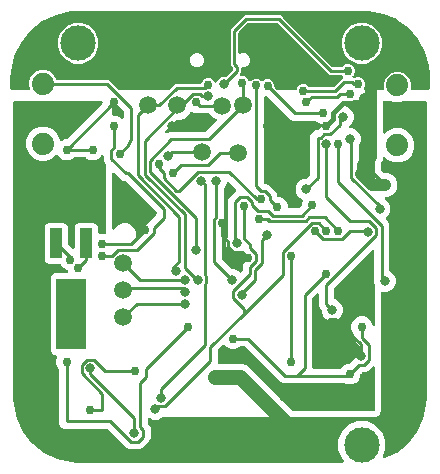
<source format=gbr>
G04 EAGLE Gerber X2 export*
%TF.Part,Single*%
%TF.FileFunction,Copper,L2,Bot,Mixed*%
%TF.FilePolarity,Positive*%
%TF.GenerationSoftware,Autodesk,EAGLE,9.0.0*%
%TF.CreationDate,2018-04-30T04:21:51Z*%
G75*
%MOMM*%
%FSLAX34Y34*%
%LPD*%
%AMOC8*
5,1,8,0,0,1.08239X$1,22.5*%
G01*
%ADD10R,2.500000X2.500000*%
%ADD11C,1.308000*%
%ADD12C,1.500000*%
%ADD13R,2.500000X6.000000*%
%ADD14R,1.000000X2.500000*%
%ADD15C,1.879600*%
%ADD16C,0.756400*%
%ADD17C,0.254000*%
%ADD18C,0.800100*%
%ADD19C,1.016000*%
%ADD20C,0.406400*%
%ADD21C,0.806400*%
%ADD22C,1.270000*%
%ADD23C,0.609600*%
%ADD24C,0.906400*%
%ADD25C,3.000000*%

G36*
X103788Y-174982D02*
X103788Y-174982D01*
X103926Y-174969D01*
X103945Y-174962D01*
X103965Y-174959D01*
X104095Y-174908D01*
X104225Y-174861D01*
X104242Y-174850D01*
X104261Y-174842D01*
X104373Y-174761D01*
X104489Y-174683D01*
X104502Y-174667D01*
X104518Y-174656D01*
X104607Y-174548D01*
X104699Y-174444D01*
X104708Y-174426D01*
X104721Y-174411D01*
X104780Y-174285D01*
X104844Y-174161D01*
X104848Y-174141D01*
X104857Y-174123D01*
X104883Y-173986D01*
X104913Y-173851D01*
X104913Y-173830D01*
X104916Y-173811D01*
X104908Y-173672D01*
X104904Y-173533D01*
X104898Y-173513D01*
X104897Y-173493D01*
X104854Y-173361D01*
X104815Y-173227D01*
X104805Y-173210D01*
X104799Y-173191D01*
X104724Y-173073D01*
X104654Y-172953D01*
X104635Y-172932D01*
X104628Y-172922D01*
X104613Y-172908D01*
X104547Y-172833D01*
X103044Y-171329D01*
X99999Y-163978D01*
X99999Y-156022D01*
X103044Y-148671D01*
X108671Y-143044D01*
X116022Y-139999D01*
X123978Y-139999D01*
X131329Y-143044D01*
X136956Y-148671D01*
X140001Y-156022D01*
X140001Y-163978D01*
X137620Y-169725D01*
X137616Y-169740D01*
X137609Y-169754D01*
X137574Y-169894D01*
X137537Y-170032D01*
X137536Y-170047D01*
X137533Y-170062D01*
X137534Y-170206D01*
X137531Y-170350D01*
X137535Y-170365D01*
X137535Y-170380D01*
X137572Y-170519D01*
X137606Y-170659D01*
X137613Y-170673D01*
X137617Y-170688D01*
X137687Y-170813D01*
X137754Y-170940D01*
X137765Y-170952D01*
X137772Y-170965D01*
X137872Y-171069D01*
X137968Y-171175D01*
X137981Y-171184D01*
X137992Y-171195D01*
X138114Y-171271D01*
X138234Y-171350D01*
X138249Y-171355D01*
X138262Y-171363D01*
X138399Y-171407D01*
X138535Y-171453D01*
X138550Y-171454D01*
X138565Y-171459D01*
X138709Y-171467D01*
X138852Y-171478D01*
X138867Y-171476D01*
X138883Y-171477D01*
X139023Y-171449D01*
X139165Y-171424D01*
X139179Y-171418D01*
X139195Y-171415D01*
X139344Y-171354D01*
X149137Y-166638D01*
X149189Y-166604D01*
X149245Y-166579D01*
X149377Y-166487D01*
X158784Y-158985D01*
X158827Y-158941D01*
X158877Y-158904D01*
X158985Y-158784D01*
X166487Y-149377D01*
X166519Y-149324D01*
X166559Y-149277D01*
X166638Y-149137D01*
X171858Y-138297D01*
X171878Y-138238D01*
X171907Y-138183D01*
X171952Y-138028D01*
X174630Y-126298D01*
X174632Y-126272D01*
X174640Y-126247D01*
X174659Y-126087D01*
X174997Y-120071D01*
X174996Y-120052D01*
X174999Y-120000D01*
X174999Y130000D01*
X174984Y130118D01*
X174977Y130237D01*
X174964Y130275D01*
X174959Y130316D01*
X174916Y130426D01*
X174879Y130539D01*
X174857Y130574D01*
X174842Y130611D01*
X174773Y130707D01*
X174709Y130808D01*
X174679Y130836D01*
X174656Y130869D01*
X174564Y130945D01*
X174477Y131026D01*
X174442Y131046D01*
X174411Y131071D01*
X174303Y131122D01*
X174199Y131180D01*
X174159Y131190D01*
X174123Y131207D01*
X174006Y131229D01*
X173891Y131259D01*
X173831Y131263D01*
X173811Y131267D01*
X173790Y131265D01*
X173730Y131269D01*
X155695Y131269D01*
X155686Y131268D01*
X155676Y131269D01*
X155528Y131248D01*
X155379Y131229D01*
X155371Y131226D01*
X155361Y131225D01*
X155209Y131173D01*
X152864Y130201D01*
X147136Y130201D01*
X144791Y131173D01*
X144782Y131175D01*
X144774Y131180D01*
X144629Y131217D01*
X144484Y131257D01*
X144475Y131257D01*
X144466Y131259D01*
X144305Y131269D01*
X139022Y131269D01*
X138904Y131254D01*
X138785Y131247D01*
X138746Y131234D01*
X138706Y131229D01*
X138596Y131186D01*
X138482Y131149D01*
X138448Y131127D01*
X138411Y131112D01*
X138314Y131043D01*
X138214Y130979D01*
X138186Y130949D01*
X138153Y130926D01*
X138077Y130834D01*
X137996Y130747D01*
X137976Y130712D01*
X137950Y130681D01*
X137900Y130573D01*
X137842Y130469D01*
X137832Y130429D01*
X137815Y130393D01*
X137793Y130276D01*
X137763Y130161D01*
X137759Y130101D01*
X137755Y130081D01*
X137756Y130060D01*
X137753Y130000D01*
X137753Y104980D01*
X137770Y104842D01*
X137783Y104703D01*
X137790Y104684D01*
X137792Y104664D01*
X137843Y104535D01*
X137891Y104404D01*
X137902Y104387D01*
X137909Y104368D01*
X137991Y104256D01*
X138069Y104141D01*
X138084Y104127D01*
X138096Y104111D01*
X138204Y104022D01*
X138308Y103930D01*
X138326Y103921D01*
X138341Y103908D01*
X138467Y103849D01*
X138591Y103786D01*
X138611Y103781D01*
X138629Y103773D01*
X138765Y103747D01*
X138901Y103716D01*
X138921Y103717D01*
X138941Y103713D01*
X139080Y103722D01*
X139219Y103726D01*
X139239Y103731D01*
X139259Y103733D01*
X139391Y103775D01*
X139525Y103814D01*
X139542Y103824D01*
X139561Y103831D01*
X139679Y103905D01*
X139798Y103976D01*
X139819Y103994D01*
X139830Y104001D01*
X139844Y104016D01*
X139919Y104082D01*
X141844Y106007D01*
X147136Y108199D01*
X152864Y108199D01*
X158156Y106007D01*
X162207Y101956D01*
X164399Y96664D01*
X164399Y90936D01*
X162207Y85644D01*
X158156Y81593D01*
X152864Y79401D01*
X147136Y79401D01*
X141844Y81593D01*
X139919Y83518D01*
X139809Y83603D01*
X139702Y83692D01*
X139684Y83700D01*
X139668Y83713D01*
X139540Y83768D01*
X139415Y83827D01*
X139395Y83831D01*
X139376Y83839D01*
X139238Y83861D01*
X139102Y83887D01*
X139082Y83886D01*
X139062Y83889D01*
X138923Y83876D01*
X138785Y83867D01*
X138766Y83861D01*
X138745Y83859D01*
X138614Y83812D01*
X138482Y83769D01*
X138465Y83758D01*
X138446Y83752D01*
X138331Y83673D01*
X138214Y83599D01*
X138200Y83584D01*
X138183Y83573D01*
X138091Y83469D01*
X137996Y83367D01*
X137986Y83350D01*
X137973Y83335D01*
X137909Y83210D01*
X137842Y83089D01*
X137837Y83069D01*
X137828Y83051D01*
X137797Y82915D01*
X137763Y82781D01*
X137761Y82753D01*
X137758Y82741D01*
X137759Y82721D01*
X137753Y82620D01*
X137753Y81701D01*
X136367Y78357D01*
X136365Y78348D01*
X136360Y78340D01*
X136323Y78195D01*
X136283Y78050D01*
X136283Y78041D01*
X136281Y78032D01*
X136271Y77871D01*
X136271Y73123D01*
X136283Y73025D01*
X136286Y72926D01*
X136303Y72868D01*
X136311Y72808D01*
X136347Y72716D01*
X136375Y72620D01*
X136405Y72568D01*
X136428Y72512D01*
X136486Y72432D01*
X136536Y72346D01*
X136602Y72271D01*
X136614Y72255D01*
X136624Y72247D01*
X136642Y72226D01*
X138416Y70452D01*
X138494Y70392D01*
X138566Y70324D01*
X138619Y70295D01*
X138667Y70258D01*
X138758Y70218D01*
X138845Y70170D01*
X138903Y70155D01*
X138959Y70131D01*
X139057Y70116D01*
X139152Y70091D01*
X139252Y70085D01*
X139273Y70081D01*
X139285Y70083D01*
X139313Y70081D01*
X142005Y70081D01*
X145710Y68546D01*
X148546Y65710D01*
X150081Y62005D01*
X150081Y57995D01*
X148546Y54290D01*
X145710Y51454D01*
X142005Y49919D01*
X140919Y49919D01*
X140782Y49902D01*
X140643Y49889D01*
X140624Y49882D01*
X140604Y49879D01*
X140475Y49828D01*
X140344Y49781D01*
X140327Y49770D01*
X140308Y49762D01*
X140195Y49681D01*
X140080Y49603D01*
X140067Y49587D01*
X140051Y49576D01*
X139962Y49468D01*
X139870Y49364D01*
X139861Y49346D01*
X139848Y49331D01*
X139789Y49205D01*
X139725Y49081D01*
X139721Y49061D01*
X139712Y49043D01*
X139686Y48907D01*
X139656Y48771D01*
X139656Y48750D01*
X139652Y48731D01*
X139661Y48592D01*
X139665Y48453D01*
X139671Y48433D01*
X139672Y48413D01*
X139715Y48281D01*
X139754Y48147D01*
X139764Y48130D01*
X139770Y48111D01*
X139845Y47993D01*
X139915Y47873D01*
X139934Y47852D01*
X139940Y47842D01*
X139955Y47828D01*
X140022Y47753D01*
X142658Y45117D01*
X144033Y41797D01*
X144033Y38203D01*
X142658Y34883D01*
X140480Y32706D01*
X140407Y32612D01*
X140328Y32523D01*
X140310Y32487D01*
X140285Y32455D01*
X140238Y32345D01*
X140184Y32239D01*
X140175Y32200D01*
X140159Y32163D01*
X140140Y32045D01*
X140114Y31929D01*
X140115Y31889D01*
X140109Y31849D01*
X140120Y31730D01*
X140124Y31611D01*
X140135Y31572D01*
X140139Y31532D01*
X140179Y31420D01*
X140212Y31306D01*
X140233Y31271D01*
X140247Y31233D01*
X140314Y31134D01*
X140374Y31032D01*
X140414Y30987D01*
X140425Y30970D01*
X140440Y30956D01*
X140480Y30911D01*
X142281Y29111D01*
X143235Y26806D01*
X143235Y-12050D01*
X143239Y-12079D01*
X143237Y-12108D01*
X143259Y-12237D01*
X143275Y-12365D01*
X143286Y-12393D01*
X143291Y-12422D01*
X143344Y-12540D01*
X143392Y-12661D01*
X143409Y-12685D01*
X143422Y-12712D01*
X143503Y-12813D01*
X143579Y-12918D01*
X143602Y-12937D01*
X143620Y-12960D01*
X143724Y-13038D01*
X143824Y-13121D01*
X143851Y-13134D01*
X143874Y-13151D01*
X144019Y-13222D01*
X144639Y-13479D01*
X147171Y-16011D01*
X148541Y-19319D01*
X148541Y-22901D01*
X147171Y-26209D01*
X144639Y-28741D01*
X141331Y-30111D01*
X137540Y-30111D01*
X137422Y-30126D01*
X137303Y-30134D01*
X137265Y-30146D01*
X137224Y-30151D01*
X137114Y-30195D01*
X137001Y-30232D01*
X136966Y-30253D01*
X136929Y-30268D01*
X136833Y-30338D01*
X136732Y-30402D01*
X136704Y-30431D01*
X136671Y-30455D01*
X136595Y-30547D01*
X136514Y-30633D01*
X136494Y-30669D01*
X136469Y-30700D01*
X136418Y-30808D01*
X136360Y-30912D01*
X136350Y-30951D01*
X136333Y-30988D01*
X136311Y-31104D01*
X136281Y-31220D01*
X136277Y-31280D01*
X136273Y-31300D01*
X136275Y-31320D01*
X136271Y-31380D01*
X136271Y-131247D01*
X135316Y-133552D01*
X133552Y-135316D01*
X131247Y-136271D01*
X-48237Y-136271D01*
X-48335Y-136283D01*
X-48434Y-136286D01*
X-48492Y-136303D01*
X-48552Y-136311D01*
X-48644Y-136347D01*
X-48739Y-136375D01*
X-48792Y-136405D01*
X-48848Y-136428D01*
X-48928Y-136486D01*
X-49013Y-136536D01*
X-49089Y-136602D01*
X-49105Y-136614D01*
X-49113Y-136624D01*
X-49134Y-136643D01*
X-49655Y-137164D01*
X-52975Y-138539D01*
X-56569Y-138539D01*
X-59640Y-137266D01*
X-59688Y-137253D01*
X-59733Y-137232D01*
X-59841Y-137212D01*
X-59947Y-137182D01*
X-59997Y-137182D01*
X-60046Y-137172D01*
X-60155Y-137179D01*
X-60265Y-137177D01*
X-60313Y-137189D01*
X-60363Y-137192D01*
X-60467Y-137226D01*
X-60574Y-137252D01*
X-60618Y-137275D01*
X-60665Y-137290D01*
X-60758Y-137349D01*
X-60855Y-137400D01*
X-60892Y-137434D01*
X-60934Y-137460D01*
X-61009Y-137540D01*
X-61091Y-137614D01*
X-61118Y-137656D01*
X-61152Y-137692D01*
X-61205Y-137788D01*
X-61265Y-137880D01*
X-61282Y-137927D01*
X-61306Y-137970D01*
X-61333Y-138077D01*
X-61369Y-138181D01*
X-61373Y-138230D01*
X-61385Y-138278D01*
X-61395Y-138439D01*
X-61395Y-141339D01*
X-61383Y-141437D01*
X-61380Y-141536D01*
X-61363Y-141594D01*
X-61355Y-141655D01*
X-61319Y-141747D01*
X-61291Y-141842D01*
X-61261Y-141894D01*
X-61238Y-141950D01*
X-61180Y-142030D01*
X-61130Y-142116D01*
X-61064Y-142191D01*
X-61052Y-142208D01*
X-61042Y-142215D01*
X-61024Y-142236D01*
X-59850Y-143410D01*
X-58895Y-145715D01*
X-58895Y-154285D01*
X-59850Y-156590D01*
X-65910Y-162650D01*
X-68215Y-163605D01*
X-76785Y-163605D01*
X-79090Y-162650D01*
X-95098Y-146642D01*
X-95176Y-146582D01*
X-95248Y-146514D01*
X-95301Y-146485D01*
X-95349Y-146448D01*
X-95440Y-146408D01*
X-95526Y-146360D01*
X-95585Y-146345D01*
X-95641Y-146321D01*
X-95739Y-146306D01*
X-95834Y-146281D01*
X-95934Y-146275D01*
X-95955Y-146271D01*
X-95967Y-146273D01*
X-95995Y-146271D01*
X-131247Y-146271D01*
X-133552Y-145316D01*
X-135316Y-143552D01*
X-136271Y-141247D01*
X-136271Y-96676D01*
X-136283Y-96577D01*
X-136286Y-96478D01*
X-136303Y-96420D01*
X-136311Y-96360D01*
X-136347Y-96268D01*
X-136375Y-96173D01*
X-136405Y-96121D01*
X-136428Y-96064D01*
X-136486Y-95984D01*
X-136536Y-95899D01*
X-136602Y-95824D01*
X-136614Y-95807D01*
X-136624Y-95799D01*
X-136642Y-95778D01*
X-137446Y-94975D01*
X-138783Y-91747D01*
X-138783Y-88253D01*
X-137842Y-85981D01*
X-137828Y-85933D01*
X-137807Y-85888D01*
X-137787Y-85780D01*
X-137758Y-85674D01*
X-137757Y-85624D01*
X-137747Y-85575D01*
X-137754Y-85466D01*
X-137753Y-85356D01*
X-137764Y-85308D01*
X-137767Y-85258D01*
X-137801Y-85154D01*
X-137827Y-85047D01*
X-137850Y-85003D01*
X-137865Y-84956D01*
X-137924Y-84863D01*
X-137975Y-84766D01*
X-138009Y-84729D01*
X-138035Y-84687D01*
X-138115Y-84612D01*
X-138189Y-84530D01*
X-138231Y-84503D01*
X-138267Y-84469D01*
X-138363Y-84416D01*
X-138455Y-84356D01*
X-138502Y-84339D01*
X-138546Y-84315D01*
X-138652Y-84288D01*
X-138756Y-84252D01*
X-138805Y-84248D01*
X-138853Y-84236D01*
X-139014Y-84226D01*
X-139385Y-84226D01*
X-141223Y-83464D01*
X-142629Y-82058D01*
X-143391Y-80220D01*
X-143391Y-18230D01*
X-142629Y-16392D01*
X-141223Y-14986D01*
X-139385Y-14224D01*
X-129656Y-14224D01*
X-129607Y-14218D01*
X-129557Y-14220D01*
X-129450Y-14198D01*
X-129341Y-14184D01*
X-129294Y-14166D01*
X-129246Y-14156D01*
X-129147Y-14108D01*
X-129045Y-14067D01*
X-129005Y-14038D01*
X-128960Y-14016D01*
X-128877Y-13945D01*
X-128788Y-13881D01*
X-128756Y-13842D01*
X-128718Y-13810D01*
X-128655Y-13720D01*
X-128585Y-13636D01*
X-128564Y-13591D01*
X-128535Y-13550D01*
X-128496Y-13447D01*
X-128449Y-13348D01*
X-128440Y-13299D01*
X-128422Y-13253D01*
X-128410Y-13143D01*
X-128389Y-13036D01*
X-128393Y-12986D01*
X-128387Y-12937D01*
X-128402Y-12828D01*
X-128409Y-12718D01*
X-128425Y-12671D01*
X-128431Y-12622D01*
X-128484Y-12469D01*
X-128571Y-12258D01*
X-128620Y-12172D01*
X-128661Y-12082D01*
X-128699Y-12034D01*
X-128729Y-11982D01*
X-128798Y-11911D01*
X-128859Y-11833D01*
X-128908Y-11797D01*
X-128950Y-11753D01*
X-129034Y-11702D01*
X-129113Y-11642D01*
X-129204Y-11598D01*
X-129221Y-11587D01*
X-129233Y-11583D01*
X-129258Y-11571D01*
X-131975Y-10446D01*
X-134446Y-7975D01*
X-134639Y-7509D01*
X-134653Y-7484D01*
X-134662Y-7456D01*
X-134732Y-7346D01*
X-134796Y-7233D01*
X-134817Y-7212D01*
X-134832Y-7187D01*
X-134927Y-7098D01*
X-135017Y-7005D01*
X-135043Y-6989D01*
X-135064Y-6969D01*
X-135178Y-6906D01*
X-135289Y-6838D01*
X-135317Y-6830D01*
X-135343Y-6815D01*
X-135468Y-6783D01*
X-135592Y-6745D01*
X-135622Y-6743D01*
X-135651Y-6736D01*
X-135811Y-6726D01*
X-144585Y-6726D01*
X-146423Y-5964D01*
X-147829Y-4558D01*
X-148591Y-2720D01*
X-148591Y24270D01*
X-147829Y26108D01*
X-146423Y27514D01*
X-144585Y28276D01*
X-132595Y28276D01*
X-130757Y27514D01*
X-129351Y26108D01*
X-128589Y24270D01*
X-128589Y10168D01*
X-128577Y10070D01*
X-128574Y9971D01*
X-128557Y9913D01*
X-128549Y9853D01*
X-128513Y9761D01*
X-128485Y9665D01*
X-128455Y9613D01*
X-128432Y9557D01*
X-128374Y9477D01*
X-128324Y9392D01*
X-128258Y9316D01*
X-128246Y9300D01*
X-128236Y9292D01*
X-128218Y9271D01*
X-125357Y6411D01*
X-125248Y6325D01*
X-125141Y6237D01*
X-125122Y6228D01*
X-125106Y6216D01*
X-124978Y6160D01*
X-124853Y6101D01*
X-124833Y6097D01*
X-124814Y6089D01*
X-124676Y6067D01*
X-124540Y6041D01*
X-124520Y6043D01*
X-124500Y6039D01*
X-124361Y6053D01*
X-124223Y6061D01*
X-124204Y6067D01*
X-124184Y6069D01*
X-124052Y6116D01*
X-123921Y6159D01*
X-123903Y6170D01*
X-123884Y6177D01*
X-123769Y6255D01*
X-123652Y6329D01*
X-123638Y6344D01*
X-123621Y6355D01*
X-123529Y6460D01*
X-123434Y6561D01*
X-123424Y6579D01*
X-123411Y6594D01*
X-123347Y6718D01*
X-123280Y6839D01*
X-123275Y6859D01*
X-123266Y6877D01*
X-123236Y7013D01*
X-123201Y7147D01*
X-123199Y7175D01*
X-123196Y7187D01*
X-123197Y7208D01*
X-123191Y7308D01*
X-123191Y24270D01*
X-122429Y26108D01*
X-121023Y27514D01*
X-119185Y28276D01*
X-107195Y28276D01*
X-105357Y27514D01*
X-103951Y26108D01*
X-103189Y24270D01*
X-103189Y20052D01*
X-103174Y19934D01*
X-103167Y19815D01*
X-103154Y19777D01*
X-103149Y19736D01*
X-103106Y19626D01*
X-103069Y19513D01*
X-103047Y19478D01*
X-103032Y19441D01*
X-102963Y19345D01*
X-102899Y19244D01*
X-102869Y19216D01*
X-102846Y19183D01*
X-102754Y19107D01*
X-102667Y19026D01*
X-102632Y19006D01*
X-102601Y18981D01*
X-102493Y18930D01*
X-102389Y18872D01*
X-102349Y18862D01*
X-102313Y18845D01*
X-102196Y18823D01*
X-102081Y18793D01*
X-102021Y18789D01*
X-102001Y18785D01*
X-101980Y18787D01*
X-101920Y18783D01*
X-98253Y18783D01*
X-98026Y18689D01*
X-97978Y18675D01*
X-97933Y18654D01*
X-97825Y18634D01*
X-97719Y18605D01*
X-97669Y18604D01*
X-97620Y18595D01*
X-97511Y18601D01*
X-97401Y18600D01*
X-97353Y18611D01*
X-97303Y18614D01*
X-97199Y18648D01*
X-97092Y18674D01*
X-97048Y18697D01*
X-97001Y18712D01*
X-96908Y18771D01*
X-96811Y18822D01*
X-96774Y18856D01*
X-96732Y18882D01*
X-96657Y18962D01*
X-96575Y19036D01*
X-96548Y19078D01*
X-96514Y19114D01*
X-96461Y19210D01*
X-96401Y19302D01*
X-96384Y19349D01*
X-96360Y19393D01*
X-96333Y19499D01*
X-96297Y19603D01*
X-96293Y19652D01*
X-96281Y19701D01*
X-96271Y19861D01*
X-96271Y76877D01*
X-96283Y76975D01*
X-96286Y77074D01*
X-96303Y77132D01*
X-96311Y77192D01*
X-96347Y77284D01*
X-96375Y77380D01*
X-96405Y77432D01*
X-96428Y77488D01*
X-96486Y77568D01*
X-96536Y77653D01*
X-96602Y77729D01*
X-96614Y77745D01*
X-96624Y77753D01*
X-96642Y77774D01*
X-97382Y78514D01*
X-98336Y80818D01*
X-98336Y84165D01*
X-98354Y84302D01*
X-98367Y84441D01*
X-98374Y84460D01*
X-98376Y84480D01*
X-98427Y84609D01*
X-98474Y84740D01*
X-98486Y84757D01*
X-98493Y84776D01*
X-98575Y84888D01*
X-98653Y85004D01*
X-98668Y85017D01*
X-98680Y85033D01*
X-98787Y85122D01*
X-98891Y85214D01*
X-98909Y85223D01*
X-98925Y85236D01*
X-99051Y85295D01*
X-99175Y85359D01*
X-99194Y85363D01*
X-99213Y85372D01*
X-99349Y85398D01*
X-99485Y85428D01*
X-99505Y85428D01*
X-99525Y85431D01*
X-99663Y85423D01*
X-99803Y85419D01*
X-99822Y85413D01*
X-99843Y85412D01*
X-99975Y85369D01*
X-100108Y85330D01*
X-100126Y85320D01*
X-100145Y85314D01*
X-100263Y85239D01*
X-100382Y85169D01*
X-100403Y85150D01*
X-100414Y85144D01*
X-100428Y85129D01*
X-100503Y85062D01*
X-103011Y82554D01*
X-106239Y81217D01*
X-109733Y81217D01*
X-112961Y82554D01*
X-113764Y83358D01*
X-113842Y83418D01*
X-113915Y83486D01*
X-113968Y83515D01*
X-114015Y83552D01*
X-114106Y83592D01*
X-114193Y83640D01*
X-114252Y83655D01*
X-114307Y83679D01*
X-114405Y83694D01*
X-114501Y83719D01*
X-114601Y83725D01*
X-114621Y83729D01*
X-114634Y83727D01*
X-114662Y83729D01*
X-123324Y83729D01*
X-123423Y83717D01*
X-123522Y83714D01*
X-123580Y83697D01*
X-123640Y83689D01*
X-123732Y83653D01*
X-123827Y83625D01*
X-123879Y83595D01*
X-123936Y83572D01*
X-124016Y83514D01*
X-124101Y83464D01*
X-124176Y83398D01*
X-124193Y83386D01*
X-124201Y83376D01*
X-124222Y83358D01*
X-125025Y82554D01*
X-128253Y81217D01*
X-131747Y81217D01*
X-134975Y82554D01*
X-137568Y85148D01*
X-137573Y85155D01*
X-137594Y85173D01*
X-137624Y85204D01*
X-137656Y85228D01*
X-137730Y85305D01*
X-137773Y85332D01*
X-137812Y85366D01*
X-137874Y85397D01*
X-137875Y85398D01*
X-137881Y85401D01*
X-137908Y85415D01*
X-138001Y85472D01*
X-138050Y85487D01*
X-138095Y85510D01*
X-138201Y85534D01*
X-138304Y85566D01*
X-138355Y85569D01*
X-138405Y85580D01*
X-138514Y85576D01*
X-138622Y85582D01*
X-138672Y85572D01*
X-138723Y85570D01*
X-138827Y85540D01*
X-138934Y85518D01*
X-138980Y85496D01*
X-139029Y85482D01*
X-139122Y85427D01*
X-139220Y85379D01*
X-139259Y85346D01*
X-139303Y85320D01*
X-139423Y85214D01*
X-141844Y82793D01*
X-147136Y80601D01*
X-152864Y80601D01*
X-158156Y82793D01*
X-162207Y86844D01*
X-164399Y92136D01*
X-164399Y97864D01*
X-162207Y103156D01*
X-158156Y107207D01*
X-152864Y109399D01*
X-147136Y109399D01*
X-141844Y107207D01*
X-137793Y103156D01*
X-135847Y98458D01*
X-135788Y98355D01*
X-135736Y98248D01*
X-135710Y98217D01*
X-135690Y98182D01*
X-135607Y98096D01*
X-135530Y98006D01*
X-135497Y97983D01*
X-135469Y97953D01*
X-135367Y97891D01*
X-135270Y97823D01*
X-135232Y97808D01*
X-135197Y97787D01*
X-135084Y97752D01*
X-134972Y97710D01*
X-134932Y97705D01*
X-134893Y97694D01*
X-134775Y97688D01*
X-134656Y97675D01*
X-134616Y97680D01*
X-134576Y97678D01*
X-134459Y97703D01*
X-134341Y97719D01*
X-134284Y97739D01*
X-134264Y97743D01*
X-134246Y97752D01*
X-134189Y97771D01*
X-131747Y98783D01*
X-130611Y98783D01*
X-130513Y98795D01*
X-130414Y98798D01*
X-130356Y98815D01*
X-130296Y98823D01*
X-130204Y98859D01*
X-130108Y98887D01*
X-130056Y98917D01*
X-130000Y98940D01*
X-129920Y98998D01*
X-129835Y99048D01*
X-129759Y99114D01*
X-129743Y99126D01*
X-129735Y99136D01*
X-129714Y99154D01*
X-99766Y129103D01*
X-99680Y129212D01*
X-99592Y129319D01*
X-99583Y129338D01*
X-99571Y129354D01*
X-99515Y129482D01*
X-99456Y129607D01*
X-99452Y129627D01*
X-99444Y129646D01*
X-99422Y129784D01*
X-99396Y129920D01*
X-99398Y129940D01*
X-99395Y129960D01*
X-99408Y130099D01*
X-99416Y130237D01*
X-99422Y130256D01*
X-99424Y130276D01*
X-99472Y130408D01*
X-99514Y130539D01*
X-99525Y130557D01*
X-99532Y130576D01*
X-99610Y130691D01*
X-99684Y130808D01*
X-99699Y130822D01*
X-99711Y130839D01*
X-99815Y130931D01*
X-99916Y131026D01*
X-99934Y131036D01*
X-99949Y131049D01*
X-100073Y131112D01*
X-100195Y131180D01*
X-100214Y131185D01*
X-100232Y131194D01*
X-100368Y131224D01*
X-100502Y131259D01*
X-100531Y131261D01*
X-100542Y131264D01*
X-100563Y131263D01*
X-100663Y131269D01*
X-173730Y131269D01*
X-173848Y131254D01*
X-173967Y131247D01*
X-174005Y131234D01*
X-174046Y131229D01*
X-174156Y131186D01*
X-174269Y131149D01*
X-174304Y131127D01*
X-174341Y131112D01*
X-174437Y131043D01*
X-174538Y130979D01*
X-174566Y130949D01*
X-174599Y130926D01*
X-174675Y130834D01*
X-174756Y130747D01*
X-174776Y130712D01*
X-174801Y130681D01*
X-174852Y130573D01*
X-174910Y130469D01*
X-174920Y130429D01*
X-174937Y130393D01*
X-174959Y130276D01*
X-174989Y130161D01*
X-174993Y130101D01*
X-174997Y130081D01*
X-174995Y130060D01*
X-174999Y130000D01*
X-174999Y-120000D01*
X-174997Y-120019D01*
X-174997Y-120071D01*
X-174659Y-126087D01*
X-174655Y-126113D01*
X-174655Y-126139D01*
X-174630Y-126298D01*
X-171952Y-138028D01*
X-171931Y-138087D01*
X-171919Y-138147D01*
X-171858Y-138297D01*
X-166638Y-149137D01*
X-166604Y-149189D01*
X-166579Y-149245D01*
X-166487Y-149377D01*
X-158985Y-158784D01*
X-158941Y-158827D01*
X-158903Y-158877D01*
X-158784Y-158985D01*
X-149377Y-166487D01*
X-149324Y-166519D01*
X-149277Y-166559D01*
X-149137Y-166638D01*
X-138297Y-171858D01*
X-138238Y-171878D01*
X-138183Y-171907D01*
X-138028Y-171952D01*
X-126298Y-174630D01*
X-126272Y-174632D01*
X-126247Y-174640D01*
X-126087Y-174659D01*
X-120071Y-174997D01*
X-120052Y-174996D01*
X-120000Y-174999D01*
X103650Y-174999D01*
X103788Y-174982D01*
G37*
G36*
X130099Y56404D02*
X130099Y56404D01*
X130237Y56412D01*
X130256Y56419D01*
X130276Y56421D01*
X130408Y56468D01*
X130539Y56510D01*
X130557Y56521D01*
X130576Y56528D01*
X130691Y56606D01*
X130808Y56681D01*
X130822Y56695D01*
X130839Y56707D01*
X130931Y56811D01*
X131026Y56912D01*
X131036Y56930D01*
X131049Y56945D01*
X131113Y57069D01*
X131180Y57191D01*
X131185Y57210D01*
X131194Y57228D01*
X131224Y57364D01*
X131259Y57499D01*
X131261Y57527D01*
X131264Y57539D01*
X131263Y57559D01*
X131269Y57659D01*
X131269Y140421D01*
X137459Y140421D01*
X137508Y140427D01*
X137558Y140425D01*
X137666Y140447D01*
X137775Y140461D01*
X137821Y140479D01*
X137869Y140489D01*
X137968Y140537D01*
X138070Y140578D01*
X138110Y140607D01*
X138155Y140629D01*
X138239Y140700D01*
X138328Y140764D01*
X138359Y140803D01*
X138397Y140835D01*
X138460Y140925D01*
X138530Y141009D01*
X138552Y141054D01*
X138580Y141095D01*
X138619Y141198D01*
X138666Y141297D01*
X138675Y141346D01*
X138693Y141392D01*
X138705Y141502D01*
X138726Y141610D01*
X138723Y141659D01*
X138728Y141709D01*
X138713Y141817D01*
X138706Y141927D01*
X138691Y141974D01*
X138684Y142023D01*
X138632Y142176D01*
X138569Y142326D01*
X138569Y146874D01*
X140309Y151075D01*
X143525Y154291D01*
X147726Y156031D01*
X152274Y156031D01*
X156475Y154291D01*
X159691Y151075D01*
X161431Y146874D01*
X161431Y142326D01*
X161368Y142176D01*
X161355Y142128D01*
X161334Y142083D01*
X161313Y141975D01*
X161284Y141869D01*
X161284Y141819D01*
X161274Y141771D01*
X161281Y141661D01*
X161279Y141551D01*
X161291Y141503D01*
X161294Y141453D01*
X161328Y141349D01*
X161353Y141242D01*
X161377Y141198D01*
X161392Y141151D01*
X161451Y141058D01*
X161502Y140961D01*
X161536Y140924D01*
X161562Y140882D01*
X161642Y140807D01*
X161716Y140725D01*
X161758Y140698D01*
X161794Y140664D01*
X161890Y140611D01*
X161982Y140551D01*
X162029Y140534D01*
X162072Y140510D01*
X162179Y140483D01*
X162283Y140447D01*
X162332Y140443D01*
X162380Y140431D01*
X162541Y140421D01*
X176190Y140421D01*
X176308Y140436D01*
X176427Y140443D01*
X176465Y140456D01*
X176506Y140461D01*
X176616Y140504D01*
X176729Y140541D01*
X176764Y140563D01*
X176801Y140578D01*
X176897Y140648D01*
X176998Y140711D01*
X177026Y140741D01*
X177059Y140764D01*
X177135Y140856D01*
X177216Y140943D01*
X177236Y140978D01*
X177261Y141009D01*
X177312Y141117D01*
X177370Y141221D01*
X177380Y141261D01*
X177397Y141297D01*
X177419Y141414D01*
X177449Y141529D01*
X177453Y141590D01*
X177457Y141610D01*
X177455Y141630D01*
X177459Y141690D01*
X177459Y154870D01*
X177457Y154890D01*
X177453Y154997D01*
X176858Y160958D01*
X176852Y160984D01*
X176851Y161010D01*
X176819Y161167D01*
X173633Y172773D01*
X173610Y172831D01*
X173595Y172891D01*
X173528Y173037D01*
X167840Y183643D01*
X167804Y183694D01*
X167777Y183749D01*
X167679Y183877D01*
X159773Y192952D01*
X159727Y192993D01*
X159688Y193041D01*
X159564Y193144D01*
X149838Y200231D01*
X149783Y200261D01*
X149734Y200299D01*
X149591Y200372D01*
X138531Y205118D01*
X138471Y205135D01*
X138415Y205161D01*
X138259Y205200D01*
X126420Y207366D01*
X126394Y207367D01*
X126369Y207374D01*
X126208Y207387D01*
X120465Y207459D01*
X120460Y207459D01*
X120449Y207459D01*
X120083Y207459D01*
X120067Y207457D01*
X120028Y207458D01*
X118860Y207407D01*
X118819Y207423D01*
X118748Y207431D01*
X118679Y207449D01*
X118518Y207459D01*
X-120000Y207459D01*
X-120019Y207457D01*
X-120071Y207457D01*
X-126362Y207104D01*
X-126388Y207099D01*
X-126415Y207100D01*
X-126574Y207074D01*
X-138841Y204274D01*
X-138899Y204253D01*
X-138960Y204241D01*
X-139109Y204180D01*
X-150446Y198721D01*
X-150498Y198687D01*
X-150554Y198662D01*
X-150686Y198570D01*
X-160524Y190725D01*
X-160567Y190680D01*
X-160617Y190643D01*
X-160725Y190524D01*
X-168570Y180686D01*
X-168602Y180633D01*
X-168642Y180586D01*
X-168721Y180446D01*
X-174180Y169109D01*
X-174200Y169050D01*
X-174229Y168995D01*
X-174274Y168841D01*
X-177074Y156574D01*
X-177077Y156547D01*
X-177085Y156522D01*
X-177104Y156362D01*
X-177457Y150071D01*
X-177456Y150052D01*
X-177459Y150000D01*
X-177459Y141690D01*
X-177444Y141572D01*
X-177437Y141453D01*
X-177424Y141415D01*
X-177419Y141374D01*
X-177376Y141264D01*
X-177339Y141151D01*
X-177317Y141116D01*
X-177302Y141079D01*
X-177233Y140983D01*
X-177169Y140882D01*
X-177139Y140854D01*
X-177116Y140821D01*
X-177024Y140746D01*
X-176937Y140664D01*
X-176902Y140644D01*
X-176871Y140619D01*
X-176763Y140568D01*
X-176659Y140510D01*
X-176619Y140500D01*
X-176583Y140483D01*
X-176466Y140461D01*
X-176351Y140431D01*
X-176291Y140427D01*
X-176271Y140423D01*
X-176250Y140425D01*
X-176190Y140421D01*
X-162044Y140421D01*
X-161995Y140427D01*
X-161945Y140425D01*
X-161838Y140447D01*
X-161728Y140461D01*
X-161682Y140479D01*
X-161634Y140489D01*
X-161535Y140537D01*
X-161433Y140578D01*
X-161393Y140607D01*
X-161348Y140629D01*
X-161264Y140700D01*
X-161175Y140764D01*
X-161144Y140803D01*
X-161106Y140835D01*
X-161043Y140925D01*
X-160973Y141009D01*
X-160951Y141054D01*
X-160923Y141095D01*
X-160884Y141198D01*
X-160837Y141297D01*
X-160828Y141346D01*
X-160810Y141392D01*
X-160798Y141502D01*
X-160777Y141610D01*
X-160780Y141659D01*
X-160775Y141709D01*
X-160790Y141817D01*
X-160797Y141927D01*
X-160812Y141974D01*
X-160819Y142023D01*
X-160871Y142176D01*
X-161431Y143526D01*
X-161431Y148074D01*
X-159691Y152275D01*
X-156475Y155491D01*
X-152274Y157231D01*
X-147726Y157231D01*
X-143525Y155491D01*
X-140309Y152275D01*
X-139320Y149886D01*
X-139305Y149861D01*
X-139296Y149833D01*
X-139227Y149723D01*
X-139163Y149610D01*
X-139142Y149589D01*
X-139126Y149564D01*
X-139032Y149475D01*
X-138941Y149382D01*
X-138916Y149366D01*
X-138895Y149346D01*
X-138781Y149283D01*
X-138670Y149215D01*
X-138642Y149207D01*
X-138616Y149192D01*
X-138490Y149160D01*
X-138366Y149122D01*
X-138337Y149120D01*
X-138308Y149113D01*
X-138147Y149103D01*
X-94377Y149103D01*
X-86067Y140793D01*
X-85989Y140732D01*
X-85916Y140664D01*
X-85863Y140635D01*
X-85816Y140598D01*
X-85725Y140558D01*
X-85638Y140510D01*
X-85579Y140495D01*
X-85524Y140471D01*
X-85426Y140456D01*
X-85330Y140431D01*
X-85230Y140425D01*
X-85210Y140421D01*
X-85197Y140423D01*
X-85169Y140421D01*
X-44052Y140421D01*
X-43954Y140433D01*
X-43855Y140436D01*
X-43797Y140453D01*
X-43737Y140461D01*
X-43644Y140497D01*
X-43549Y140525D01*
X-43497Y140555D01*
X-43441Y140578D01*
X-43361Y140636D01*
X-43275Y140686D01*
X-43200Y140752D01*
X-43184Y140764D01*
X-43176Y140774D01*
X-43155Y140793D01*
X-38242Y145705D01*
X-16765Y145705D01*
X-16736Y145709D01*
X-16707Y145707D01*
X-16578Y145729D01*
X-16450Y145745D01*
X-16422Y145756D01*
X-16393Y145761D01*
X-16275Y145814D01*
X-16154Y145862D01*
X-16130Y145879D01*
X-16103Y145892D01*
X-16002Y145973D01*
X-15897Y146049D01*
X-15878Y146072D01*
X-15855Y146090D01*
X-15777Y146194D01*
X-15694Y146294D01*
X-15681Y146321D01*
X-15664Y146344D01*
X-15593Y146489D01*
X-14881Y148208D01*
X-13245Y149844D01*
X-11108Y150729D01*
X-8794Y150729D01*
X-6657Y149844D01*
X-5021Y148208D01*
X-4782Y147631D01*
X-4714Y147510D01*
X-4648Y147387D01*
X-4635Y147372D01*
X-4625Y147355D01*
X-4528Y147255D01*
X-4435Y147152D01*
X-4418Y147141D01*
X-4404Y147126D01*
X-4285Y147054D01*
X-4169Y146977D01*
X-4150Y146971D01*
X-4132Y146960D01*
X-3999Y146919D01*
X-3868Y146874D01*
X-3848Y146872D01*
X-3828Y146866D01*
X-3690Y146860D01*
X-3551Y146849D01*
X-3531Y146852D01*
X-3511Y146851D01*
X-3375Y146879D01*
X-3238Y146903D01*
X-3219Y146911D01*
X-3199Y146916D01*
X-3074Y146977D01*
X-2948Y147034D01*
X-2932Y147046D01*
X-2914Y147055D01*
X-2808Y147146D01*
X-2699Y147232D01*
X-2687Y147248D01*
X-2672Y147262D01*
X-2591Y147375D01*
X-2508Y147486D01*
X-2496Y147512D01*
X-2489Y147522D01*
X-2481Y147541D01*
X-2437Y147631D01*
X-1975Y148745D01*
X-269Y150451D01*
X1960Y151375D01*
X4034Y151375D01*
X4132Y151387D01*
X4231Y151390D01*
X4290Y151407D01*
X4350Y151415D01*
X4442Y151451D01*
X4537Y151479D01*
X4589Y151509D01*
X4645Y151532D01*
X4725Y151590D01*
X4811Y151640D01*
X4886Y151706D01*
X4903Y151718D01*
X4911Y151728D01*
X4932Y151746D01*
X10831Y157646D01*
X10904Y157740D01*
X10983Y157829D01*
X11001Y157865D01*
X11026Y157897D01*
X11073Y158006D01*
X11127Y158112D01*
X11136Y158151D01*
X11152Y158189D01*
X11171Y158306D01*
X11197Y158422D01*
X11196Y158463D01*
X11202Y158503D01*
X11191Y158621D01*
X11187Y158740D01*
X11176Y158779D01*
X11172Y158819D01*
X11132Y158932D01*
X11099Y159046D01*
X11078Y159081D01*
X11064Y159119D01*
X10998Y159217D01*
X10937Y159320D01*
X10897Y159365D01*
X10886Y159382D01*
X10871Y159395D01*
X10831Y159441D01*
X8887Y161384D01*
X8887Y192008D01*
X20764Y203885D01*
X51236Y203885D01*
X53542Y201579D01*
X53542Y201578D01*
X94698Y160423D01*
X94776Y160362D01*
X94848Y160294D01*
X94901Y160265D01*
X94949Y160228D01*
X95040Y160189D01*
X95126Y160141D01*
X95185Y160126D01*
X95241Y160102D01*
X95339Y160086D01*
X95434Y160061D01*
X95534Y160055D01*
X95555Y160052D01*
X95567Y160053D01*
X95595Y160051D01*
X102634Y160051D01*
X102732Y160064D01*
X102831Y160067D01*
X102890Y160083D01*
X102950Y160091D01*
X103042Y160128D01*
X103137Y160155D01*
X103189Y160186D01*
X103245Y160208D01*
X103325Y160266D01*
X103411Y160317D01*
X103486Y160383D01*
X103503Y160395D01*
X103511Y160404D01*
X103532Y160423D01*
X104787Y161678D01*
X106924Y162563D01*
X109237Y162563D01*
X111374Y161678D01*
X113010Y160042D01*
X113895Y157905D01*
X113895Y155592D01*
X113010Y153455D01*
X112314Y152759D01*
X112241Y152665D01*
X112162Y152576D01*
X112144Y152540D01*
X112119Y152508D01*
X112072Y152398D01*
X112018Y152292D01*
X112009Y152253D01*
X111993Y152216D01*
X111974Y152098D01*
X111948Y151982D01*
X111949Y151942D01*
X111943Y151902D01*
X111954Y151783D01*
X111958Y151664D01*
X111969Y151625D01*
X111973Y151585D01*
X112013Y151473D01*
X112046Y151359D01*
X112067Y151324D01*
X112080Y151286D01*
X112147Y151187D01*
X112208Y151085D01*
X112248Y151039D01*
X112259Y151023D01*
X112274Y151009D01*
X112314Y150964D01*
X112518Y150760D01*
X112542Y150741D01*
X112561Y150719D01*
X112667Y150644D01*
X112770Y150565D01*
X112797Y150553D01*
X112821Y150536D01*
X112942Y150490D01*
X113062Y150438D01*
X113091Y150434D01*
X113118Y150423D01*
X113247Y150409D01*
X113376Y150388D01*
X113405Y150391D01*
X113434Y150388D01*
X113563Y150406D01*
X113692Y150418D01*
X113720Y150428D01*
X113749Y150432D01*
X113902Y150484D01*
X115621Y151197D01*
X117934Y151197D01*
X120072Y150312D01*
X121707Y148676D01*
X122593Y146539D01*
X122593Y144225D01*
X121744Y142176D01*
X121730Y142128D01*
X121709Y142083D01*
X121689Y141975D01*
X121660Y141869D01*
X121659Y141819D01*
X121649Y141771D01*
X121656Y141661D01*
X121655Y141551D01*
X121666Y141503D01*
X121669Y141453D01*
X121703Y141349D01*
X121729Y141242D01*
X121752Y141198D01*
X121767Y141151D01*
X121826Y141058D01*
X121877Y140961D01*
X121911Y140924D01*
X121937Y140882D01*
X122017Y140807D01*
X122091Y140725D01*
X122133Y140698D01*
X122169Y140664D01*
X122265Y140611D01*
X122357Y140551D01*
X122404Y140534D01*
X122448Y140510D01*
X122554Y140483D01*
X122658Y140447D01*
X122707Y140443D01*
X122755Y140431D01*
X122916Y140421D01*
X124229Y140421D01*
X124223Y140407D01*
X121753Y137936D01*
X119566Y137031D01*
X119541Y137016D01*
X119513Y137007D01*
X119403Y136937D01*
X119290Y136873D01*
X119269Y136853D01*
X119244Y136837D01*
X119155Y136742D01*
X119062Y136652D01*
X119046Y136627D01*
X119026Y136605D01*
X118963Y136492D01*
X118895Y136381D01*
X118887Y136352D01*
X118872Y136327D01*
X118840Y136201D01*
X118802Y136077D01*
X118800Y136047D01*
X118793Y136019D01*
X118783Y135858D01*
X118783Y135753D01*
X117446Y132525D01*
X114975Y130054D01*
X111747Y128717D01*
X108253Y128717D01*
X105003Y130063D01*
X104966Y130092D01*
X104877Y130171D01*
X104841Y130189D01*
X104809Y130214D01*
X104700Y130261D01*
X104594Y130315D01*
X104555Y130324D01*
X104518Y130340D01*
X104400Y130359D01*
X104284Y130385D01*
X104243Y130384D01*
X104203Y130390D01*
X104085Y130379D01*
X103966Y130375D01*
X103927Y130364D01*
X103887Y130360D01*
X103775Y130320D01*
X103660Y130287D01*
X103626Y130266D01*
X103588Y130253D01*
X103489Y130186D01*
X103386Y130125D01*
X103341Y130085D01*
X103324Y130074D01*
X103311Y130059D01*
X103266Y130019D01*
X102963Y129716D01*
X102014Y129323D01*
X101953Y129288D01*
X101889Y129263D01*
X101816Y129210D01*
X101738Y129166D01*
X101688Y129117D01*
X101631Y129076D01*
X101574Y129007D01*
X101510Y128944D01*
X101473Y128885D01*
X101429Y128831D01*
X101390Y128750D01*
X101343Y128673D01*
X101323Y128606D01*
X101293Y128543D01*
X101276Y128455D01*
X101250Y128369D01*
X101246Y128299D01*
X101233Y128231D01*
X101239Y128141D01*
X101235Y128052D01*
X101249Y127983D01*
X101253Y127914D01*
X101281Y127828D01*
X101299Y127740D01*
X101330Y127677D01*
X101351Y127611D01*
X101399Y127535D01*
X101439Y127454D01*
X101484Y127401D01*
X101521Y127342D01*
X101587Y127281D01*
X101645Y127212D01*
X101702Y127172D01*
X101753Y127124D01*
X101831Y127081D01*
X101905Y127029D01*
X101970Y127005D01*
X102031Y126971D01*
X102118Y126949D01*
X102202Y126917D01*
X102272Y126909D01*
X102339Y126891D01*
X102500Y126881D01*
X105846Y126881D01*
X109154Y125511D01*
X111686Y122979D01*
X113056Y119671D01*
X113056Y116089D01*
X111686Y112781D01*
X109213Y110308D01*
X109127Y110198D01*
X109039Y110091D01*
X109030Y110073D01*
X109018Y110057D01*
X108962Y109929D01*
X108903Y109803D01*
X108899Y109784D01*
X108891Y109765D01*
X108869Y109627D01*
X108843Y109491D01*
X108845Y109471D01*
X108841Y109451D01*
X108855Y109312D01*
X108863Y109174D01*
X108869Y109154D01*
X108871Y109134D01*
X108918Y109003D01*
X108961Y108871D01*
X108972Y108854D01*
X108979Y108835D01*
X109057Y108720D01*
X109131Y108602D01*
X109146Y108588D01*
X109157Y108572D01*
X109262Y108480D01*
X109363Y108384D01*
X109381Y108375D01*
X109396Y108361D01*
X109520Y108298D01*
X109641Y108231D01*
X109661Y108226D01*
X109679Y108217D01*
X109815Y108186D01*
X109949Y108151D01*
X109977Y108150D01*
X109989Y108147D01*
X110010Y108148D01*
X110110Y108141D01*
X111681Y108141D01*
X114989Y106771D01*
X117521Y104239D01*
X118891Y100931D01*
X118891Y97349D01*
X117459Y93893D01*
X117457Y93884D01*
X117452Y93876D01*
X117431Y93794D01*
X117425Y93781D01*
X117417Y93737D01*
X117415Y93730D01*
X117375Y93586D01*
X117375Y93577D01*
X117373Y93568D01*
X117367Y93479D01*
X117365Y93469D01*
X117366Y93458D01*
X117363Y93407D01*
X117363Y69027D01*
X117375Y68929D01*
X117378Y68830D01*
X117395Y68772D01*
X117403Y68712D01*
X117439Y68620D01*
X117467Y68525D01*
X117497Y68472D01*
X117520Y68416D01*
X117578Y68336D01*
X117628Y68251D01*
X117694Y68175D01*
X117706Y68159D01*
X117716Y68151D01*
X117734Y68130D01*
X129103Y56762D01*
X129212Y56677D01*
X129319Y56588D01*
X129338Y56579D01*
X129354Y56567D01*
X129482Y56511D01*
X129607Y56452D01*
X129627Y56449D01*
X129646Y56441D01*
X129784Y56419D01*
X129920Y56393D01*
X129940Y56394D01*
X129960Y56391D01*
X130099Y56404D01*
G37*
G36*
X101767Y-95373D02*
X101767Y-95373D01*
X101866Y-95370D01*
X101924Y-95353D01*
X101984Y-95345D01*
X102076Y-95309D01*
X102171Y-95281D01*
X102223Y-95251D01*
X102280Y-95228D01*
X102360Y-95170D01*
X102445Y-95120D01*
X102520Y-95054D01*
X102537Y-95042D01*
X102545Y-95032D01*
X102566Y-95014D01*
X105025Y-92554D01*
X108253Y-91217D01*
X109389Y-91217D01*
X109487Y-91205D01*
X109586Y-91202D01*
X109644Y-91185D01*
X109704Y-91177D01*
X109796Y-91141D01*
X109892Y-91113D01*
X109944Y-91083D01*
X110000Y-91060D01*
X110080Y-91002D01*
X110165Y-90952D01*
X110241Y-90886D01*
X110257Y-90874D01*
X110265Y-90864D01*
X110286Y-90846D01*
X114375Y-86756D01*
X116680Y-85802D01*
X118663Y-85802D01*
X118781Y-85787D01*
X118899Y-85779D01*
X118938Y-85767D01*
X118978Y-85762D01*
X119089Y-85718D01*
X119202Y-85681D01*
X119236Y-85660D01*
X119274Y-85645D01*
X119370Y-85575D01*
X119471Y-85511D01*
X119498Y-85482D01*
X119531Y-85458D01*
X119607Y-85366D01*
X119689Y-85280D01*
X119708Y-85244D01*
X119734Y-85213D01*
X119785Y-85105D01*
X119842Y-85001D01*
X119852Y-84962D01*
X119869Y-84925D01*
X119892Y-84809D01*
X119922Y-84693D01*
X119925Y-84633D01*
X119929Y-84613D01*
X119928Y-84593D01*
X119932Y-84533D01*
X119932Y-78730D01*
X119919Y-78632D01*
X119916Y-78533D01*
X119900Y-78474D01*
X119892Y-78414D01*
X119855Y-78322D01*
X119828Y-78227D01*
X119797Y-78175D01*
X119775Y-78119D01*
X119717Y-78039D01*
X119666Y-77953D01*
X119600Y-77878D01*
X119588Y-77861D01*
X119579Y-77854D01*
X119560Y-77832D01*
X114684Y-72956D01*
X113729Y-70652D01*
X113729Y-66676D01*
X113717Y-66577D01*
X113714Y-66478D01*
X113697Y-66420D01*
X113689Y-66360D01*
X113653Y-66268D01*
X113625Y-66173D01*
X113595Y-66121D01*
X113572Y-66064D01*
X113514Y-65984D01*
X113464Y-65899D01*
X113398Y-65824D01*
X113386Y-65807D01*
X113376Y-65799D01*
X113357Y-65778D01*
X112554Y-64975D01*
X111217Y-61747D01*
X111217Y-58253D01*
X112554Y-55025D01*
X115025Y-52554D01*
X118253Y-51217D01*
X121747Y-51217D01*
X124975Y-52554D01*
X127446Y-55025D01*
X128827Y-58361D01*
X128862Y-58421D01*
X128888Y-58486D01*
X128940Y-58559D01*
X128985Y-58637D01*
X129034Y-58687D01*
X129074Y-58744D01*
X129144Y-58801D01*
X129206Y-58865D01*
X129266Y-58902D01*
X129319Y-58946D01*
X129401Y-58985D01*
X129477Y-59032D01*
X129544Y-59052D01*
X129607Y-59082D01*
X129695Y-59099D01*
X129781Y-59125D01*
X129851Y-59129D01*
X129920Y-59142D01*
X130009Y-59136D01*
X130099Y-59140D01*
X130167Y-59126D01*
X130237Y-59122D01*
X130322Y-59094D01*
X130410Y-59076D01*
X130473Y-59045D01*
X130539Y-59024D01*
X130615Y-58976D01*
X130696Y-58936D01*
X130749Y-58891D01*
X130808Y-58854D01*
X130870Y-58788D01*
X130938Y-58730D01*
X130978Y-58673D01*
X131026Y-58622D01*
X131069Y-58544D01*
X131121Y-58470D01*
X131146Y-58405D01*
X131180Y-58344D01*
X131202Y-58257D01*
X131234Y-58173D01*
X131242Y-58103D01*
X131259Y-58036D01*
X131269Y-57875D01*
X131269Y-24916D01*
X131268Y-24907D01*
X131269Y-24898D01*
X131248Y-24749D01*
X131229Y-24601D01*
X131226Y-24592D01*
X131225Y-24583D01*
X131173Y-24431D01*
X130539Y-22900D01*
X130539Y-19320D01*
X130597Y-19179D01*
X130600Y-19170D01*
X130604Y-19161D01*
X130641Y-19017D01*
X130681Y-18872D01*
X130681Y-18863D01*
X130684Y-18854D01*
X130694Y-18693D01*
X130694Y3984D01*
X130676Y4122D01*
X130663Y4260D01*
X130656Y4280D01*
X130654Y4300D01*
X130603Y4429D01*
X130556Y4560D01*
X130544Y4577D01*
X130537Y4595D01*
X130455Y4708D01*
X130377Y4823D01*
X130362Y4836D01*
X130350Y4853D01*
X130243Y4941D01*
X130139Y5033D01*
X130121Y5043D01*
X130105Y5055D01*
X129979Y5115D01*
X129855Y5178D01*
X129836Y5182D01*
X129817Y5191D01*
X129681Y5217D01*
X129545Y5248D01*
X129525Y5247D01*
X129505Y5251D01*
X129367Y5242D01*
X129227Y5238D01*
X129208Y5232D01*
X129188Y5231D01*
X129055Y5188D01*
X128922Y5150D01*
X128904Y5139D01*
X128885Y5133D01*
X128768Y5059D01*
X128648Y4988D01*
X128627Y4969D01*
X128616Y4963D01*
X128602Y4948D01*
X128527Y4882D01*
X96642Y-27003D01*
X96582Y-27081D01*
X96514Y-27153D01*
X96485Y-27206D01*
X96448Y-27254D01*
X96408Y-27345D01*
X96360Y-27432D01*
X96345Y-27490D01*
X96321Y-27546D01*
X96306Y-27644D01*
X96281Y-27740D01*
X96275Y-27840D01*
X96271Y-27860D01*
X96273Y-27872D01*
X96271Y-27900D01*
X96271Y-35560D01*
X96274Y-35589D01*
X96272Y-35619D01*
X96294Y-35747D01*
X96311Y-35875D01*
X96321Y-35903D01*
X96326Y-35932D01*
X96380Y-36050D01*
X96428Y-36171D01*
X96445Y-36195D01*
X96457Y-36222D01*
X96538Y-36323D01*
X96614Y-36428D01*
X96637Y-36447D01*
X96656Y-36470D01*
X96759Y-36548D01*
X96859Y-36631D01*
X96886Y-36644D01*
X96910Y-36662D01*
X97054Y-36732D01*
X100251Y-38056D01*
X102792Y-40597D01*
X104167Y-43917D01*
X104167Y-47511D01*
X102792Y-50831D01*
X100251Y-53372D01*
X96931Y-54747D01*
X93337Y-54747D01*
X90017Y-53372D01*
X87476Y-50831D01*
X86101Y-47511D01*
X86101Y-46075D01*
X86089Y-45977D01*
X86086Y-45878D01*
X86069Y-45820D01*
X86061Y-45760D01*
X86025Y-45668D01*
X85997Y-45572D01*
X85967Y-45520D01*
X85944Y-45464D01*
X85886Y-45384D01*
X85836Y-45299D01*
X85770Y-45223D01*
X85758Y-45207D01*
X85748Y-45199D01*
X85730Y-45178D01*
X84684Y-44132D01*
X83729Y-41827D01*
X83729Y-32962D01*
X83712Y-32825D01*
X83699Y-32686D01*
X83692Y-32667D01*
X83689Y-32647D01*
X83638Y-32518D01*
X83591Y-32386D01*
X83580Y-32370D01*
X83572Y-32351D01*
X83491Y-32238D01*
X83413Y-32123D01*
X83397Y-32110D01*
X83386Y-32094D01*
X83278Y-32005D01*
X83174Y-31913D01*
X83156Y-31904D01*
X83141Y-31891D01*
X83015Y-31831D01*
X82891Y-31768D01*
X82871Y-31764D01*
X82853Y-31755D01*
X82717Y-31729D01*
X82581Y-31699D01*
X82560Y-31699D01*
X82541Y-31695D01*
X82402Y-31704D01*
X82263Y-31708D01*
X82243Y-31714D01*
X82223Y-31715D01*
X82091Y-31758D01*
X81957Y-31797D01*
X81940Y-31807D01*
X81921Y-31813D01*
X81803Y-31888D01*
X81683Y-31958D01*
X81662Y-31977D01*
X81652Y-31983D01*
X81638Y-31998D01*
X81563Y-32065D01*
X78298Y-35329D01*
X78238Y-35407D01*
X78170Y-35479D01*
X78141Y-35532D01*
X78104Y-35580D01*
X78064Y-35671D01*
X78016Y-35758D01*
X78001Y-35816D01*
X77977Y-35872D01*
X77962Y-35970D01*
X77937Y-36065D01*
X77931Y-36166D01*
X77927Y-36186D01*
X77929Y-36198D01*
X77927Y-36226D01*
X77927Y-94116D01*
X77942Y-94234D01*
X77949Y-94353D01*
X77962Y-94391D01*
X77967Y-94432D01*
X78010Y-94542D01*
X78047Y-94655D01*
X78069Y-94690D01*
X78084Y-94727D01*
X78153Y-94823D01*
X78217Y-94924D01*
X78247Y-94952D01*
X78270Y-94985D01*
X78362Y-95061D01*
X78449Y-95142D01*
X78484Y-95162D01*
X78515Y-95187D01*
X78623Y-95238D01*
X78727Y-95296D01*
X78767Y-95306D01*
X78803Y-95323D01*
X78920Y-95345D01*
X79035Y-95375D01*
X79095Y-95379D01*
X79115Y-95383D01*
X79136Y-95381D01*
X79196Y-95385D01*
X101668Y-95385D01*
X101767Y-95373D01*
G37*
G36*
X63684Y140424D02*
X63684Y140424D01*
X63713Y140422D01*
X63841Y140444D01*
X63970Y140461D01*
X63998Y140471D01*
X64027Y140477D01*
X64145Y140530D01*
X64266Y140578D01*
X64290Y140595D01*
X64317Y140607D01*
X64418Y140688D01*
X64523Y140764D01*
X64542Y140787D01*
X64565Y140806D01*
X64643Y140909D01*
X64726Y141009D01*
X64739Y141036D01*
X64756Y141060D01*
X64827Y141204D01*
X65529Y142898D01*
X67164Y144534D01*
X69302Y145419D01*
X71615Y145419D01*
X73752Y144534D01*
X75007Y143278D01*
X75085Y143218D01*
X75157Y143150D01*
X75210Y143121D01*
X75258Y143084D01*
X75349Y143044D01*
X75436Y142996D01*
X75494Y142981D01*
X75550Y142957D01*
X75648Y142942D01*
X75744Y142917D01*
X75844Y142911D01*
X75864Y142907D01*
X75877Y142909D01*
X75905Y142907D01*
X95623Y142907D01*
X95721Y142919D01*
X95820Y142922D01*
X95878Y142939D01*
X95938Y142947D01*
X96031Y142983D01*
X96126Y143011D01*
X96178Y143041D01*
X96234Y143064D01*
X96314Y143122D01*
X96400Y143172D01*
X96475Y143238D01*
X96491Y143250D01*
X96499Y143260D01*
X96520Y143278D01*
X104026Y150784D01*
X104099Y150879D01*
X104178Y150968D01*
X104196Y151004D01*
X104221Y151036D01*
X104269Y151145D01*
X104323Y151251D01*
X104332Y151290D01*
X104348Y151328D01*
X104366Y151445D01*
X104392Y151561D01*
X104391Y151602D01*
X104397Y151642D01*
X104386Y151760D01*
X104383Y151879D01*
X104371Y151918D01*
X104368Y151958D01*
X104327Y152070D01*
X104294Y152185D01*
X104274Y152219D01*
X104260Y152258D01*
X104193Y152356D01*
X104133Y152459D01*
X104093Y152504D01*
X104081Y152521D01*
X104066Y152534D01*
X104026Y152579D01*
X103532Y153074D01*
X103453Y153135D01*
X103381Y153203D01*
X103328Y153232D01*
X103280Y153269D01*
X103189Y153308D01*
X103103Y153356D01*
X103044Y153371D01*
X102989Y153395D01*
X102891Y153411D01*
X102795Y153436D01*
X102695Y153442D01*
X102674Y153445D01*
X102662Y153444D01*
X102634Y153446D01*
X92333Y153446D01*
X48871Y196908D01*
X48793Y196968D01*
X48721Y197036D01*
X48668Y197065D01*
X48620Y197102D01*
X48529Y197142D01*
X48443Y197190D01*
X48384Y197205D01*
X48328Y197229D01*
X48230Y197244D01*
X48135Y197269D01*
X48035Y197275D01*
X48014Y197279D01*
X48002Y197277D01*
X47974Y197279D01*
X24026Y197279D01*
X23928Y197267D01*
X23829Y197264D01*
X23771Y197247D01*
X23711Y197239D01*
X23618Y197203D01*
X23523Y197175D01*
X23471Y197145D01*
X23415Y197122D01*
X23335Y197064D01*
X23249Y197014D01*
X23174Y196948D01*
X23157Y196936D01*
X23150Y196926D01*
X23129Y196908D01*
X15864Y189643D01*
X15804Y189565D01*
X15736Y189493D01*
X15707Y189440D01*
X15670Y189392D01*
X15630Y189301D01*
X15582Y189215D01*
X15567Y189156D01*
X15543Y189100D01*
X15528Y189002D01*
X15503Y188907D01*
X15497Y188807D01*
X15493Y188786D01*
X15495Y188774D01*
X15493Y188746D01*
X15493Y172558D01*
X15499Y172509D01*
X15497Y172459D01*
X15519Y172352D01*
X15533Y172243D01*
X15551Y172196D01*
X15561Y172148D01*
X15609Y172049D01*
X15650Y171947D01*
X15679Y171907D01*
X15701Y171862D01*
X15772Y171778D01*
X15836Y171690D01*
X15875Y171658D01*
X15907Y171620D01*
X15997Y171557D01*
X16081Y171487D01*
X16126Y171466D01*
X16167Y171437D01*
X16270Y171398D01*
X16369Y171351D01*
X16418Y171342D01*
X16464Y171324D01*
X16574Y171312D01*
X16681Y171291D01*
X16731Y171295D01*
X16780Y171289D01*
X16889Y171304D01*
X16999Y171311D01*
X17046Y171327D01*
X17095Y171333D01*
X17248Y171386D01*
X18298Y171821D01*
X20702Y171821D01*
X22922Y170901D01*
X24621Y169202D01*
X25541Y166982D01*
X25541Y164578D01*
X24621Y162358D01*
X22922Y160659D01*
X20702Y159739D01*
X19176Y159739D01*
X19058Y159724D01*
X18940Y159717D01*
X18901Y159704D01*
X18861Y159699D01*
X18750Y159656D01*
X18637Y159619D01*
X18603Y159597D01*
X18565Y159582D01*
X18469Y159513D01*
X18368Y159449D01*
X18341Y159419D01*
X18308Y159396D01*
X18232Y159304D01*
X18150Y159217D01*
X18131Y159182D01*
X18105Y159151D01*
X18054Y159043D01*
X17997Y158939D01*
X17987Y158899D01*
X17970Y158863D01*
X17947Y158746D01*
X17917Y158631D01*
X17914Y158571D01*
X17910Y158551D01*
X17911Y158530D01*
X17907Y158470D01*
X17907Y155380D01*
X16789Y154263D01*
X16704Y154153D01*
X16615Y154046D01*
X16607Y154027D01*
X16594Y154011D01*
X16539Y153884D01*
X16480Y153758D01*
X16476Y153738D01*
X16468Y153719D01*
X16446Y153582D01*
X16420Y153446D01*
X16421Y153425D01*
X16418Y153405D01*
X16431Y153266D01*
X16440Y153128D01*
X16446Y153109D01*
X16448Y153089D01*
X16495Y152958D01*
X16538Y152826D01*
X16549Y152809D01*
X16556Y152789D01*
X16634Y152674D01*
X16708Y152557D01*
X16723Y152543D01*
X16734Y152526D01*
X16839Y152434D01*
X16940Y152339D01*
X16957Y152329D01*
X16973Y152316D01*
X17097Y152252D01*
X17218Y152186D01*
X17238Y152180D01*
X17256Y152171D01*
X17392Y152141D01*
X17526Y152106D01*
X17554Y152104D01*
X17566Y152102D01*
X17587Y152102D01*
X17687Y152096D01*
X19876Y152096D01*
X22013Y151211D01*
X23648Y149575D01*
X24055Y148594D01*
X24079Y148551D01*
X24096Y148504D01*
X24158Y148413D01*
X24212Y148317D01*
X24247Y148282D01*
X24275Y148241D01*
X24357Y148168D01*
X24434Y148089D01*
X24476Y148063D01*
X24513Y148030D01*
X24611Y147980D01*
X24705Y147923D01*
X24752Y147908D01*
X24797Y147886D01*
X24904Y147861D01*
X25009Y147829D01*
X25058Y147827D01*
X25107Y147816D01*
X25217Y147819D01*
X25326Y147814D01*
X25375Y147824D01*
X25425Y147826D01*
X25530Y147856D01*
X25638Y147878D01*
X25683Y147900D01*
X25730Y147914D01*
X25825Y147970D01*
X25924Y148018D01*
X25961Y148050D01*
X26004Y148076D01*
X26125Y148182D01*
X27299Y149356D01*
X29436Y150241D01*
X31749Y150241D01*
X33886Y149356D01*
X34754Y148488D01*
X34848Y148415D01*
X34937Y148336D01*
X34973Y148318D01*
X35005Y148293D01*
X35115Y148245D01*
X35220Y148191D01*
X35260Y148183D01*
X35297Y148166D01*
X35415Y148148D01*
X35531Y148122D01*
X35571Y148123D01*
X35611Y148117D01*
X35730Y148128D01*
X35849Y148131D01*
X35887Y148143D01*
X35928Y148146D01*
X36040Y148187D01*
X36154Y148220D01*
X36189Y148240D01*
X36227Y148254D01*
X36325Y148321D01*
X36428Y148381D01*
X36473Y148421D01*
X36490Y148433D01*
X36504Y148448D01*
X36549Y148488D01*
X36895Y148834D01*
X39032Y149719D01*
X41345Y149719D01*
X43482Y148834D01*
X45118Y147198D01*
X46003Y145061D01*
X46003Y143286D01*
X46015Y143188D01*
X46018Y143089D01*
X46035Y143030D01*
X46043Y142970D01*
X46079Y142878D01*
X46107Y142783D01*
X46138Y142731D01*
X46160Y142675D01*
X46218Y142595D01*
X46268Y142509D01*
X46335Y142434D01*
X46347Y142417D01*
X46356Y142409D01*
X46375Y142388D01*
X47971Y140793D01*
X48049Y140732D01*
X48121Y140664D01*
X48174Y140635D01*
X48222Y140598D01*
X48313Y140558D01*
X48399Y140510D01*
X48458Y140495D01*
X48514Y140471D01*
X48612Y140456D01*
X48707Y140431D01*
X48807Y140425D01*
X48828Y140421D01*
X48840Y140423D01*
X48868Y140421D01*
X63655Y140421D01*
X63684Y140424D01*
G37*
G36*
X66149Y40457D02*
X66149Y40457D01*
X66248Y40460D01*
X66306Y40477D01*
X66366Y40484D01*
X66458Y40521D01*
X66553Y40548D01*
X66605Y40579D01*
X66662Y40601D01*
X66742Y40659D01*
X66827Y40710D01*
X66903Y40776D01*
X66919Y40788D01*
X66927Y40798D01*
X66948Y40816D01*
X69051Y42919D01*
X69112Y42997D01*
X69179Y43069D01*
X69209Y43122D01*
X69246Y43170D01*
X69285Y43261D01*
X69333Y43348D01*
X69348Y43406D01*
X69372Y43462D01*
X69388Y43560D01*
X69412Y43656D01*
X69419Y43756D01*
X69422Y43776D01*
X69421Y43788D01*
X69423Y43816D01*
X69423Y44952D01*
X70038Y46438D01*
X70070Y46553D01*
X70108Y46666D01*
X70111Y46706D01*
X70122Y46745D01*
X70124Y46864D01*
X70133Y46983D01*
X70126Y47023D01*
X70127Y47063D01*
X70099Y47179D01*
X70079Y47296D01*
X70062Y47333D01*
X70053Y47372D01*
X69997Y47478D01*
X69948Y47586D01*
X69923Y47618D01*
X69904Y47654D01*
X69824Y47742D01*
X69750Y47835D01*
X69718Y47859D01*
X69690Y47889D01*
X69591Y47954D01*
X69496Y48026D01*
X69442Y48052D01*
X69425Y48064D01*
X69405Y48070D01*
X69351Y48097D01*
X67921Y48689D01*
X65389Y51221D01*
X64019Y54529D01*
X64019Y58111D01*
X65389Y61419D01*
X67921Y63951D01*
X71229Y65321D01*
X72627Y65321D01*
X72726Y65334D01*
X72825Y65337D01*
X72883Y65353D01*
X72943Y65361D01*
X73035Y65398D01*
X73130Y65425D01*
X73182Y65456D01*
X73239Y65478D01*
X73319Y65536D01*
X73404Y65587D01*
X73479Y65653D01*
X73496Y65665D01*
X73504Y65674D01*
X73525Y65693D01*
X76024Y68192D01*
X76084Y68270D01*
X76152Y68342D01*
X76181Y68395D01*
X76218Y68443D01*
X76258Y68534D01*
X76306Y68621D01*
X76321Y68679D01*
X76345Y68735D01*
X76360Y68833D01*
X76385Y68928D01*
X76391Y69029D01*
X76395Y69049D01*
X76393Y69061D01*
X76395Y69089D01*
X76395Y101371D01*
X77350Y103676D01*
X79114Y105440D01*
X81419Y106395D01*
X82043Y106395D01*
X82141Y106407D01*
X82240Y106410D01*
X82298Y106427D01*
X82358Y106434D01*
X82450Y106471D01*
X82546Y106498D01*
X82598Y106529D01*
X82654Y106551D01*
X82734Y106610D01*
X82819Y106660D01*
X82895Y106726D01*
X82911Y106738D01*
X82919Y106748D01*
X82940Y106766D01*
X84406Y108232D01*
X86711Y109187D01*
X89811Y109187D01*
X89909Y109199D01*
X90008Y109202D01*
X90067Y109219D01*
X90127Y109227D01*
X90219Y109263D01*
X90314Y109291D01*
X90366Y109321D01*
X90422Y109344D01*
X90502Y109402D01*
X90588Y109452D01*
X90663Y109518D01*
X90680Y109530D01*
X90688Y109540D01*
X90709Y109558D01*
X91867Y110717D01*
X91910Y110772D01*
X91960Y110821D01*
X92007Y110897D01*
X92062Y110968D01*
X92090Y111032D01*
X92126Y111092D01*
X92153Y111178D01*
X92188Y111260D01*
X92199Y111329D01*
X92220Y111396D01*
X92224Y111485D01*
X92238Y111574D01*
X92232Y111644D01*
X92235Y111713D01*
X92217Y111801D01*
X92209Y111891D01*
X92185Y111957D01*
X92171Y112025D01*
X92131Y112106D01*
X92101Y112190D01*
X92062Y112248D01*
X92031Y112311D01*
X91973Y112379D01*
X91922Y112453D01*
X91870Y112499D01*
X91825Y112553D01*
X91751Y112604D01*
X91684Y112664D01*
X91622Y112695D01*
X91565Y112736D01*
X91481Y112768D01*
X91401Y112808D01*
X91333Y112824D01*
X91267Y112848D01*
X91178Y112858D01*
X91090Y112878D01*
X91021Y112876D01*
X90951Y112884D01*
X90862Y112871D01*
X90772Y112868D01*
X90705Y112849D01*
X90636Y112839D01*
X90484Y112787D01*
X88543Y111983D01*
X85049Y111983D01*
X81821Y113320D01*
X81018Y114124D01*
X80940Y114184D01*
X80868Y114252D01*
X80815Y114281D01*
X80767Y114318D01*
X80676Y114358D01*
X80589Y114406D01*
X80531Y114421D01*
X80475Y114445D01*
X80377Y114460D01*
X80281Y114485D01*
X80181Y114491D01*
X80161Y114495D01*
X80149Y114493D01*
X80121Y114495D01*
X62079Y114495D01*
X59774Y115450D01*
X40475Y134750D01*
X40396Y134810D01*
X40324Y134878D01*
X40271Y134907D01*
X40223Y134944D01*
X40132Y134984D01*
X40046Y135032D01*
X39987Y135047D01*
X39932Y135071D01*
X39834Y135086D01*
X39738Y135111D01*
X39638Y135117D01*
X39617Y135121D01*
X39605Y135119D01*
X39577Y135121D01*
X38351Y135121D01*
X38312Y135132D01*
X38262Y135133D01*
X38213Y135142D01*
X38103Y135135D01*
X37994Y135137D01*
X37945Y135125D01*
X37895Y135122D01*
X37791Y135089D01*
X37684Y135063D01*
X37640Y135040D01*
X37593Y135024D01*
X37500Y134966D01*
X37403Y134914D01*
X37366Y134881D01*
X37324Y134854D01*
X37249Y134774D01*
X37168Y134701D01*
X37140Y134659D01*
X37106Y134623D01*
X37053Y134527D01*
X36993Y134435D01*
X36977Y134388D01*
X36953Y134344D01*
X36925Y134238D01*
X36890Y134134D01*
X36886Y134084D01*
X36873Y134036D01*
X36863Y133875D01*
X36863Y62540D01*
X36878Y62422D01*
X36885Y62303D01*
X36898Y62265D01*
X36903Y62224D01*
X36947Y62114D01*
X36983Y62001D01*
X37005Y61966D01*
X37020Y61929D01*
X37090Y61833D01*
X37154Y61732D01*
X37183Y61704D01*
X37207Y61671D01*
X37298Y61595D01*
X37385Y61514D01*
X37421Y61494D01*
X37452Y61469D01*
X37559Y61418D01*
X37664Y61360D01*
X37703Y61350D01*
X37739Y61333D01*
X37856Y61311D01*
X37972Y61281D01*
X38032Y61277D01*
X38052Y61273D01*
X38072Y61275D01*
X38132Y61271D01*
X38937Y61271D01*
X41242Y60316D01*
X47156Y54402D01*
X48110Y52098D01*
X48110Y51310D01*
X48125Y51191D01*
X48133Y51073D01*
X48145Y51034D01*
X48150Y50994D01*
X48194Y50883D01*
X48231Y50770D01*
X48252Y50736D01*
X48267Y50698D01*
X48337Y50602D01*
X48401Y50502D01*
X48430Y50474D01*
X48454Y50441D01*
X48546Y50365D01*
X48633Y50284D01*
X48668Y50264D01*
X48699Y50238D01*
X48807Y50188D01*
X48911Y50130D01*
X48950Y50120D01*
X48987Y50103D01*
X49104Y50080D01*
X49219Y50051D01*
X49279Y50047D01*
X49299Y50043D01*
X49319Y50044D01*
X49380Y50040D01*
X50061Y50040D01*
X53289Y48703D01*
X55760Y46233D01*
X57097Y43005D01*
X57097Y41714D01*
X57112Y41595D01*
X57119Y41477D01*
X57132Y41438D01*
X57137Y41398D01*
X57180Y41287D01*
X57217Y41174D01*
X57239Y41140D01*
X57254Y41102D01*
X57323Y41006D01*
X57387Y40906D01*
X57417Y40878D01*
X57440Y40845D01*
X57532Y40769D01*
X57619Y40688D01*
X57654Y40668D01*
X57685Y40642D01*
X57793Y40592D01*
X57897Y40534D01*
X57937Y40524D01*
X57973Y40507D01*
X58090Y40484D01*
X58205Y40455D01*
X58265Y40451D01*
X58285Y40447D01*
X58306Y40448D01*
X58366Y40444D01*
X66051Y40444D01*
X66149Y40457D01*
G37*
G36*
X130118Y-131254D02*
X130118Y-131254D01*
X130237Y-131247D01*
X130275Y-131234D01*
X130316Y-131229D01*
X130426Y-131186D01*
X130539Y-131149D01*
X130574Y-131127D01*
X130611Y-131112D01*
X130707Y-131043D01*
X130808Y-130979D01*
X130836Y-130949D01*
X130869Y-130926D01*
X130945Y-130834D01*
X131026Y-130747D01*
X131046Y-130712D01*
X131071Y-130681D01*
X131122Y-130573D01*
X131180Y-130469D01*
X131190Y-130429D01*
X131207Y-130393D01*
X131229Y-130276D01*
X131259Y-130161D01*
X131263Y-130101D01*
X131267Y-130081D01*
X131265Y-130060D01*
X131269Y-130000D01*
X131269Y-94660D01*
X131252Y-94523D01*
X131239Y-94384D01*
X131232Y-94365D01*
X131229Y-94345D01*
X131178Y-94216D01*
X131131Y-94085D01*
X131120Y-94068D01*
X131112Y-94049D01*
X131031Y-93937D01*
X130953Y-93822D01*
X130937Y-93808D01*
X130926Y-93792D01*
X130818Y-93703D01*
X130714Y-93611D01*
X130696Y-93602D01*
X130681Y-93589D01*
X130555Y-93530D01*
X130431Y-93467D01*
X130411Y-93462D01*
X130393Y-93454D01*
X130257Y-93427D01*
X130121Y-93397D01*
X130100Y-93398D01*
X130081Y-93394D01*
X129942Y-93402D01*
X129803Y-93407D01*
X129783Y-93412D01*
X129763Y-93414D01*
X129631Y-93456D01*
X129497Y-93495D01*
X129480Y-93505D01*
X129461Y-93512D01*
X129343Y-93586D01*
X129223Y-93657D01*
X129202Y-93675D01*
X129192Y-93682D01*
X129178Y-93697D01*
X129103Y-93763D01*
X125477Y-97389D01*
X123172Y-98343D01*
X121051Y-98343D01*
X120952Y-98356D01*
X120853Y-98359D01*
X120795Y-98375D01*
X120735Y-98383D01*
X120643Y-98420D01*
X120548Y-98447D01*
X120496Y-98478D01*
X120439Y-98500D01*
X120359Y-98558D01*
X120274Y-98609D01*
X120199Y-98675D01*
X120182Y-98687D01*
X120174Y-98696D01*
X120153Y-98715D01*
X119154Y-99714D01*
X119094Y-99792D01*
X119026Y-99864D01*
X118997Y-99917D01*
X118960Y-99965D01*
X118920Y-100056D01*
X118872Y-100143D01*
X118857Y-100201D01*
X118833Y-100257D01*
X118818Y-100355D01*
X118793Y-100450D01*
X118787Y-100551D01*
X118783Y-100571D01*
X118785Y-100583D01*
X118783Y-100611D01*
X118783Y-101747D01*
X117446Y-104975D01*
X114975Y-107446D01*
X111747Y-108783D01*
X108253Y-108783D01*
X106420Y-108023D01*
X106411Y-108021D01*
X106403Y-108016D01*
X106257Y-107979D01*
X106113Y-107939D01*
X106104Y-107939D01*
X106095Y-107937D01*
X105934Y-107927D01*
X53925Y-107927D01*
X51620Y-106972D01*
X21290Y-76642D01*
X21212Y-76582D01*
X21140Y-76514D01*
X21087Y-76485D01*
X21039Y-76448D01*
X20948Y-76408D01*
X20861Y-76360D01*
X20803Y-76345D01*
X20747Y-76321D01*
X20649Y-76306D01*
X20553Y-76281D01*
X20453Y-76275D01*
X20433Y-76271D01*
X20421Y-76273D01*
X20393Y-76271D01*
X17750Y-76271D01*
X17651Y-76283D01*
X17552Y-76286D01*
X17494Y-76303D01*
X17434Y-76311D01*
X17342Y-76347D01*
X17247Y-76375D01*
X17195Y-76405D01*
X17138Y-76428D01*
X17058Y-76486D01*
X16973Y-76536D01*
X16898Y-76602D01*
X16881Y-76614D01*
X16873Y-76624D01*
X16852Y-76642D01*
X16049Y-77446D01*
X12821Y-78783D01*
X9327Y-78783D01*
X6099Y-77446D01*
X4027Y-75373D01*
X3932Y-75300D01*
X3843Y-75221D01*
X3807Y-75203D01*
X3775Y-75178D01*
X3666Y-75131D01*
X3560Y-75077D01*
X3521Y-75068D01*
X3483Y-75052D01*
X3366Y-75033D01*
X3250Y-75007D01*
X3209Y-75008D01*
X3169Y-75002D01*
X3051Y-75013D01*
X2932Y-75017D01*
X2893Y-75028D01*
X2853Y-75032D01*
X2741Y-75072D01*
X2626Y-75105D01*
X2592Y-75126D01*
X2553Y-75139D01*
X2455Y-75206D01*
X2352Y-75267D01*
X2307Y-75307D01*
X2290Y-75318D01*
X2277Y-75333D01*
X2232Y-75373D01*
X-1483Y-79088D01*
X-1544Y-79166D01*
X-1612Y-79238D01*
X-1641Y-79291D01*
X-1678Y-79339D01*
X-1717Y-79430D01*
X-1765Y-79517D01*
X-1780Y-79575D01*
X-1804Y-79631D01*
X-1820Y-79729D01*
X-1845Y-79825D01*
X-1851Y-79925D01*
X-1854Y-79945D01*
X-1853Y-79957D01*
X-1855Y-79985D01*
X-1855Y-89817D01*
X-1881Y-89911D01*
X-1881Y-89961D01*
X-1891Y-90010D01*
X-1884Y-90119D01*
X-1886Y-90229D01*
X-1874Y-90277D01*
X-1871Y-90327D01*
X-1837Y-90431D01*
X-1811Y-90538D01*
X-1788Y-90582D01*
X-1773Y-90629D01*
X-1714Y-90722D01*
X-1663Y-90819D01*
X-1629Y-90856D01*
X-1603Y-90898D01*
X-1523Y-90973D01*
X-1449Y-91055D01*
X-1407Y-91082D01*
X-1371Y-91116D01*
X-1275Y-91169D01*
X-1183Y-91229D01*
X-1136Y-91246D01*
X-1093Y-91270D01*
X-986Y-91297D01*
X-882Y-91333D01*
X-833Y-91337D01*
X-785Y-91349D01*
X-624Y-91359D01*
X19398Y-91359D01*
X23570Y-93087D01*
X61380Y-130898D01*
X61458Y-130958D01*
X61530Y-131026D01*
X61583Y-131055D01*
X61631Y-131092D01*
X61722Y-131132D01*
X61809Y-131180D01*
X61867Y-131195D01*
X61923Y-131219D01*
X62021Y-131234D01*
X62117Y-131259D01*
X62217Y-131265D01*
X62237Y-131269D01*
X62249Y-131267D01*
X62277Y-131269D01*
X130000Y-131269D01*
X130118Y-131254D01*
G37*
G36*
X-69727Y15058D02*
X-69727Y15058D01*
X-69588Y15063D01*
X-69568Y15068D01*
X-69548Y15069D01*
X-69416Y15112D01*
X-69282Y15151D01*
X-69265Y15161D01*
X-69246Y15168D01*
X-69128Y15242D01*
X-69008Y15313D01*
X-68987Y15331D01*
X-68977Y15338D01*
X-68963Y15353D01*
X-68888Y15419D01*
X-62783Y21524D01*
X-62722Y21602D01*
X-62654Y21674D01*
X-62625Y21727D01*
X-62588Y21775D01*
X-62548Y21866D01*
X-62501Y21953D01*
X-62486Y22011D01*
X-62462Y22067D01*
X-62446Y22165D01*
X-62421Y22260D01*
X-62415Y22361D01*
X-62412Y22381D01*
X-62413Y22393D01*
X-62411Y22421D01*
X-62411Y25107D01*
X-61456Y27412D01*
X-54142Y34726D01*
X-54082Y34804D01*
X-54014Y34876D01*
X-53985Y34929D01*
X-53948Y34977D01*
X-53908Y35068D01*
X-53860Y35155D01*
X-53845Y35213D01*
X-53821Y35269D01*
X-53806Y35367D01*
X-53781Y35462D01*
X-53775Y35563D01*
X-53771Y35583D01*
X-53773Y35595D01*
X-53771Y35623D01*
X-53771Y36756D01*
X-53783Y36854D01*
X-53786Y36953D01*
X-53803Y37012D01*
X-53811Y37072D01*
X-53847Y37164D01*
X-53875Y37259D01*
X-53905Y37311D01*
X-53928Y37367D01*
X-53986Y37448D01*
X-54036Y37533D01*
X-54102Y37608D01*
X-54114Y37625D01*
X-54124Y37633D01*
X-54142Y37654D01*
X-79846Y63358D01*
X-79925Y63418D01*
X-79997Y63486D01*
X-80050Y63515D01*
X-80098Y63552D01*
X-80188Y63592D01*
X-80275Y63640D01*
X-80334Y63655D01*
X-80389Y63679D01*
X-80487Y63694D01*
X-80583Y63719D01*
X-80683Y63725D01*
X-80703Y63729D01*
X-80716Y63727D01*
X-80744Y63729D01*
X-81247Y63729D01*
X-83552Y64684D01*
X-85494Y66626D01*
X-85495Y66626D01*
X-89103Y70234D01*
X-89212Y70320D01*
X-89319Y70408D01*
X-89338Y70417D01*
X-89354Y70429D01*
X-89482Y70485D01*
X-89607Y70544D01*
X-89627Y70548D01*
X-89646Y70556D01*
X-89784Y70578D01*
X-89920Y70604D01*
X-89940Y70602D01*
X-89960Y70605D01*
X-90099Y70592D01*
X-90237Y70584D01*
X-90256Y70578D01*
X-90276Y70576D01*
X-90408Y70528D01*
X-90539Y70486D01*
X-90557Y70475D01*
X-90576Y70468D01*
X-90691Y70390D01*
X-90808Y70316D01*
X-90822Y70301D01*
X-90839Y70289D01*
X-90931Y70185D01*
X-91026Y70084D01*
X-91036Y70066D01*
X-91049Y70051D01*
X-91112Y69927D01*
X-91180Y69805D01*
X-91185Y69786D01*
X-91194Y69768D01*
X-91224Y69632D01*
X-91259Y69498D01*
X-91261Y69469D01*
X-91264Y69458D01*
X-91263Y69437D01*
X-91269Y69337D01*
X-91269Y23651D01*
X-91261Y23582D01*
X-91262Y23512D01*
X-91241Y23425D01*
X-91229Y23336D01*
X-91204Y23271D01*
X-91187Y23203D01*
X-91145Y23123D01*
X-91112Y23040D01*
X-91071Y22983D01*
X-91039Y22922D01*
X-90978Y22855D01*
X-90926Y22782D01*
X-90872Y22738D01*
X-90825Y22686D01*
X-90750Y22637D01*
X-90681Y22580D01*
X-90617Y22550D01*
X-90559Y22512D01*
X-90474Y22482D01*
X-90393Y22444D01*
X-90324Y22431D01*
X-90258Y22408D01*
X-90169Y22401D01*
X-90081Y22384D01*
X-90011Y22389D01*
X-89941Y22383D01*
X-89853Y22399D01*
X-89763Y22404D01*
X-89697Y22426D01*
X-89628Y22438D01*
X-89546Y22474D01*
X-89461Y22502D01*
X-89402Y22539D01*
X-89338Y22568D01*
X-89268Y22624D01*
X-89192Y22672D01*
X-89144Y22723D01*
X-89090Y22767D01*
X-89035Y22839D01*
X-88974Y22904D01*
X-88940Y22965D01*
X-88898Y23021D01*
X-88827Y23165D01*
X-88609Y23692D01*
X-85937Y26364D01*
X-82445Y27811D01*
X-78665Y27811D01*
X-75173Y26364D01*
X-72501Y23692D01*
X-71054Y20200D01*
X-71054Y16316D01*
X-71037Y16179D01*
X-71024Y16040D01*
X-71017Y16021D01*
X-71014Y16001D01*
X-70963Y15872D01*
X-70916Y15741D01*
X-70905Y15724D01*
X-70897Y15705D01*
X-70816Y15593D01*
X-70738Y15478D01*
X-70722Y15464D01*
X-70711Y15448D01*
X-70603Y15359D01*
X-70499Y15267D01*
X-70481Y15258D01*
X-70466Y15245D01*
X-70340Y15186D01*
X-70216Y15123D01*
X-70196Y15118D01*
X-70178Y15110D01*
X-70042Y15083D01*
X-69906Y15053D01*
X-69885Y15054D01*
X-69866Y15050D01*
X-69727Y15058D01*
G37*
%LPC*%
G36*
X116612Y162967D02*
X116612Y162967D01*
X110352Y165560D01*
X105560Y170352D01*
X102967Y176612D01*
X102967Y183388D01*
X105560Y189648D01*
X110352Y194440D01*
X116612Y197033D01*
X123388Y197033D01*
X129648Y194440D01*
X134440Y189648D01*
X137033Y183388D01*
X137033Y176612D01*
X134440Y170352D01*
X129648Y165560D01*
X123388Y162967D01*
X116612Y162967D01*
G37*
%LPD*%
%LPC*%
G36*
X-123388Y162967D02*
X-123388Y162967D01*
X-129648Y165560D01*
X-134440Y170352D01*
X-137033Y176612D01*
X-137033Y183388D01*
X-134440Y189648D01*
X-129648Y194440D01*
X-123388Y197033D01*
X-116612Y197033D01*
X-110352Y194440D01*
X-105560Y189648D01*
X-102967Y183388D01*
X-102967Y176612D01*
X-105560Y170352D01*
X-110352Y165560D01*
X-116612Y162967D01*
X-123388Y162967D01*
G37*
%LPD*%
G36*
X17423Y-14033D02*
X17423Y-14033D01*
X17542Y-14029D01*
X17580Y-14018D01*
X17621Y-14014D01*
X17733Y-13974D01*
X17847Y-13941D01*
X17882Y-13920D01*
X17920Y-13906D01*
X18018Y-13840D01*
X18121Y-13779D01*
X18166Y-13739D01*
X18183Y-13728D01*
X18197Y-13713D01*
X18242Y-13673D01*
X18626Y-13289D01*
X18686Y-13211D01*
X18754Y-13139D01*
X18783Y-13086D01*
X18820Y-13038D01*
X18860Y-12947D01*
X18908Y-12860D01*
X18923Y-12802D01*
X18947Y-12746D01*
X18962Y-12648D01*
X18987Y-12552D01*
X18993Y-12452D01*
X18997Y-12432D01*
X18995Y-12420D01*
X18997Y-12392D01*
X18997Y-8447D01*
X19952Y-6143D01*
X23739Y-2355D01*
X23812Y-2261D01*
X23891Y-2172D01*
X23909Y-2136D01*
X23934Y-2104D01*
X23981Y-1995D01*
X24036Y-1889D01*
X24044Y-1850D01*
X24060Y-1812D01*
X24079Y-1695D01*
X24105Y-1579D01*
X24104Y-1538D01*
X24110Y-1498D01*
X24099Y-1380D01*
X24096Y-1261D01*
X24084Y-1222D01*
X24080Y-1182D01*
X24040Y-1070D01*
X24007Y-955D01*
X23987Y-920D01*
X23973Y-882D01*
X23906Y-784D01*
X23846Y-681D01*
X23806Y-636D01*
X23794Y-619D01*
X23779Y-606D01*
X23739Y-560D01*
X21894Y1284D01*
X20456Y2723D01*
X20432Y2741D01*
X20413Y2764D01*
X20307Y2838D01*
X20204Y2918D01*
X20177Y2930D01*
X20153Y2947D01*
X20032Y2993D01*
X19912Y3044D01*
X19883Y3049D01*
X19856Y3059D01*
X19727Y3074D01*
X19598Y3094D01*
X19569Y3091D01*
X19540Y3095D01*
X19411Y3077D01*
X19282Y3064D01*
X19254Y3054D01*
X19225Y3050D01*
X19072Y2998D01*
X15791Y1639D01*
X12209Y1639D01*
X8901Y3009D01*
X6369Y5541D01*
X4999Y8849D01*
X4999Y12431D01*
X6384Y15774D01*
X6402Y15794D01*
X6431Y15847D01*
X6468Y15894D01*
X6508Y15985D01*
X6556Y16072D01*
X6571Y16131D01*
X6595Y16186D01*
X6610Y16284D01*
X6635Y16380D01*
X6641Y16480D01*
X6645Y16500D01*
X6643Y16513D01*
X6645Y16541D01*
X6645Y46682D01*
X7600Y48986D01*
X9542Y50929D01*
X13467Y54854D01*
X13540Y54948D01*
X13619Y55037D01*
X13637Y55073D01*
X13662Y55105D01*
X13710Y55214D01*
X13764Y55320D01*
X13772Y55360D01*
X13789Y55397D01*
X13807Y55515D01*
X13833Y55631D01*
X13832Y55671D01*
X13838Y55711D01*
X13827Y55830D01*
X13824Y55948D01*
X13812Y55987D01*
X13809Y56028D01*
X13768Y56140D01*
X13735Y56254D01*
X13715Y56289D01*
X13701Y56327D01*
X13634Y56425D01*
X13574Y56528D01*
X13534Y56573D01*
X13522Y56590D01*
X13507Y56603D01*
X13467Y56649D01*
X7828Y62288D01*
X7789Y62319D01*
X7755Y62355D01*
X7663Y62416D01*
X7577Y62483D01*
X7531Y62503D01*
X7490Y62530D01*
X7386Y62566D01*
X7285Y62609D01*
X7236Y62617D01*
X7189Y62633D01*
X7079Y62642D01*
X6971Y62659D01*
X6921Y62655D01*
X6872Y62658D01*
X6763Y62640D01*
X6654Y62629D01*
X6607Y62613D01*
X6558Y62604D01*
X6458Y62559D01*
X6355Y62522D01*
X6314Y62494D01*
X6268Y62473D01*
X6183Y62405D01*
X6092Y62343D01*
X6059Y62306D01*
X6020Y62275D01*
X5954Y62187D01*
X5881Y62105D01*
X5859Y62061D01*
X5829Y62021D01*
X5758Y61876D01*
X4451Y58721D01*
X3462Y57733D01*
X3402Y57655D01*
X3334Y57582D01*
X3305Y57529D01*
X3268Y57482D01*
X3228Y57391D01*
X3180Y57304D01*
X3165Y57245D01*
X3141Y57190D01*
X3126Y57092D01*
X3101Y56996D01*
X3095Y56896D01*
X3091Y56876D01*
X3093Y56863D01*
X3091Y56835D01*
X3091Y31506D01*
X2136Y29201D01*
X1601Y28666D01*
X1540Y28588D01*
X1473Y28516D01*
X1443Y28463D01*
X1406Y28415D01*
X1367Y28324D01*
X1319Y28237D01*
X1304Y28179D01*
X1280Y28123D01*
X1264Y28025D01*
X1240Y27929D01*
X1233Y27829D01*
X1230Y27809D01*
X1231Y27797D01*
X1229Y27769D01*
X1229Y-1835D01*
X1242Y-1934D01*
X1245Y-2033D01*
X1262Y-2091D01*
X1269Y-2151D01*
X1306Y-2243D01*
X1333Y-2338D01*
X1364Y-2390D01*
X1386Y-2447D01*
X1444Y-2527D01*
X1495Y-2612D01*
X1561Y-2688D01*
X1573Y-2704D01*
X1582Y-2712D01*
X1601Y-2733D01*
X9464Y-10596D01*
X9542Y-10656D01*
X9614Y-10724D01*
X9667Y-10753D01*
X9715Y-10790D01*
X9806Y-10830D01*
X9893Y-10878D01*
X9951Y-10893D01*
X10007Y-10917D01*
X10105Y-10932D01*
X10200Y-10957D01*
X10301Y-10963D01*
X10321Y-10967D01*
X10333Y-10965D01*
X10361Y-10967D01*
X11797Y-10967D01*
X15117Y-12342D01*
X16447Y-13673D01*
X16541Y-13746D01*
X16630Y-13824D01*
X16666Y-13843D01*
X16698Y-13868D01*
X16807Y-13915D01*
X16913Y-13969D01*
X16953Y-13978D01*
X16990Y-13994D01*
X17108Y-14013D01*
X17224Y-14039D01*
X17264Y-14037D01*
X17304Y-14044D01*
X17423Y-14033D01*
G37*
G36*
X-45275Y103845D02*
X-45275Y103845D01*
X-45185Y103848D01*
X-45118Y103868D01*
X-45049Y103877D01*
X-44897Y103929D01*
X-42426Y104953D01*
X-12641Y104953D01*
X-12543Y104965D01*
X-12444Y104968D01*
X-12386Y104985D01*
X-12326Y104993D01*
X-12234Y105029D01*
X-12138Y105057D01*
X-12086Y105087D01*
X-12030Y105110D01*
X-11950Y105168D01*
X-11865Y105218D01*
X-11789Y105284D01*
X-11773Y105296D01*
X-11765Y105306D01*
X-11744Y105324D01*
X-3107Y113961D01*
X-3077Y114000D01*
X-3040Y114034D01*
X-2980Y114125D01*
X-2912Y114212D01*
X-2892Y114258D01*
X-2865Y114299D01*
X-2830Y114403D01*
X-2786Y114504D01*
X-2778Y114553D01*
X-2762Y114600D01*
X-2753Y114709D01*
X-2736Y114818D01*
X-2741Y114868D01*
X-2737Y114917D01*
X-2756Y115025D01*
X-2766Y115135D01*
X-2783Y115182D01*
X-2791Y115231D01*
X-2836Y115331D01*
X-2873Y115434D01*
X-2901Y115475D01*
X-2922Y115521D01*
X-2990Y115606D01*
X-3052Y115697D01*
X-3089Y115730D01*
X-3120Y115769D01*
X-3208Y115835D01*
X-3291Y115908D01*
X-3335Y115930D01*
X-3374Y115960D01*
X-3519Y116031D01*
X-5381Y116802D01*
X-8898Y120319D01*
X-8909Y120346D01*
X-8923Y120371D01*
X-8932Y120399D01*
X-9002Y120509D01*
X-9066Y120622D01*
X-9087Y120643D01*
X-9103Y120668D01*
X-9197Y120757D01*
X-9288Y120850D01*
X-9313Y120866D01*
X-9334Y120886D01*
X-9448Y120949D01*
X-9559Y121017D01*
X-9587Y121025D01*
X-9613Y121040D01*
X-9738Y121072D01*
X-9863Y121110D01*
X-9892Y121112D01*
X-9921Y121119D01*
X-10081Y121129D01*
X-18650Y121129D01*
X-18788Y121165D01*
X-18933Y121205D01*
X-18943Y121205D01*
X-18952Y121207D01*
X-19112Y121217D01*
X-21747Y121217D01*
X-23689Y122022D01*
X-23804Y122053D01*
X-23916Y122092D01*
X-23957Y122095D01*
X-23996Y122106D01*
X-24115Y122107D01*
X-24233Y122117D01*
X-24273Y122110D01*
X-24314Y122111D01*
X-24430Y122083D01*
X-24547Y122063D01*
X-24584Y122046D01*
X-24623Y122036D01*
X-24728Y121981D01*
X-24837Y121932D01*
X-24868Y121907D01*
X-24904Y121888D01*
X-24992Y121808D01*
X-25085Y121733D01*
X-25109Y121701D01*
X-25139Y121674D01*
X-25205Y121574D01*
X-25276Y121479D01*
X-25303Y121425D01*
X-25314Y121408D01*
X-25321Y121389D01*
X-25347Y121335D01*
X-25602Y120719D01*
X-29119Y117202D01*
X-33713Y115299D01*
X-36454Y115299D01*
X-36552Y115287D01*
X-36651Y115284D01*
X-36710Y115267D01*
X-36770Y115259D01*
X-36862Y115223D01*
X-36957Y115195D01*
X-37009Y115165D01*
X-37065Y115142D01*
X-37145Y115084D01*
X-37231Y115034D01*
X-37306Y114968D01*
X-37323Y114956D01*
X-37331Y114946D01*
X-37352Y114928D01*
X-46280Y105999D01*
X-46323Y105944D01*
X-46373Y105896D01*
X-46420Y105819D01*
X-46475Y105748D01*
X-46502Y105684D01*
X-46539Y105625D01*
X-46565Y105539D01*
X-46601Y105456D01*
X-46612Y105387D01*
X-46632Y105321D01*
X-46637Y105231D01*
X-46651Y105142D01*
X-46644Y105073D01*
X-46648Y105003D01*
X-46629Y104915D01*
X-46621Y104826D01*
X-46597Y104760D01*
X-46583Y104692D01*
X-46544Y104611D01*
X-46513Y104526D01*
X-46474Y104468D01*
X-46444Y104406D01*
X-46385Y104338D01*
X-46335Y104263D01*
X-46283Y104217D01*
X-46237Y104164D01*
X-46164Y104112D01*
X-46096Y104053D01*
X-46034Y104021D01*
X-45977Y103981D01*
X-45893Y103949D01*
X-45813Y103908D01*
X-45745Y103893D01*
X-45680Y103868D01*
X-45590Y103858D01*
X-45503Y103838D01*
X-45433Y103841D01*
X-45364Y103833D01*
X-45275Y103845D01*
G37*
%LPC*%
G36*
X33381Y175739D02*
X33381Y175739D01*
X30578Y177358D01*
X28959Y180161D01*
X28959Y187153D01*
X28957Y187174D01*
X28956Y187238D01*
X28853Y188795D01*
X30342Y191824D01*
X33147Y193703D01*
X33403Y193720D01*
X33459Y193731D01*
X33516Y193732D01*
X33614Y193761D01*
X33715Y193781D01*
X33766Y193805D01*
X33820Y193821D01*
X34873Y193821D01*
X34894Y193823D01*
X34958Y193824D01*
X35710Y193874D01*
X35725Y193877D01*
X35740Y193876D01*
X35860Y193902D01*
X35916Y193899D01*
X35920Y193899D01*
X35923Y193898D01*
X36084Y193899D01*
X36106Y193900D01*
X36116Y193899D01*
X36130Y193895D01*
X36290Y193874D01*
X37042Y193824D01*
X37063Y193825D01*
X37127Y193821D01*
X38196Y193821D01*
X38233Y193808D01*
X38327Y193768D01*
X38384Y193759D01*
X38438Y193741D01*
X38597Y193720D01*
X38853Y193703D01*
X41658Y191824D01*
X43147Y188795D01*
X43044Y187237D01*
X43045Y187217D01*
X43041Y187153D01*
X43041Y180161D01*
X41422Y177358D01*
X38619Y175739D01*
X33381Y175739D01*
G37*
%LPD*%
%LPC*%
G36*
X-35843Y175700D02*
X-35843Y175700D01*
X-35920Y175700D01*
X-35997Y175710D01*
X-36157Y175700D01*
X-36160Y175699D01*
X-36161Y175699D01*
X-37432Y175540D01*
X-40677Y176910D01*
X-42803Y179718D01*
X-42859Y180168D01*
X-42864Y180187D01*
X-42865Y180208D01*
X-42903Y180341D01*
X-42938Y180476D01*
X-42947Y180494D01*
X-42953Y180513D01*
X-43023Y180633D01*
X-43041Y180664D01*
X-43041Y181543D01*
X-43041Y181546D01*
X-43051Y181700D01*
X-43158Y182561D01*
X-43146Y182581D01*
X-43140Y182601D01*
X-43130Y182619D01*
X-43096Y182753D01*
X-43057Y182887D01*
X-43056Y182907D01*
X-43051Y182927D01*
X-43041Y183087D01*
X-43041Y186473D01*
X-43043Y186493D01*
X-43041Y186513D01*
X-43063Y186651D01*
X-43081Y186788D01*
X-43088Y186807D01*
X-43091Y186827D01*
X-43146Y186955D01*
X-43160Y186988D01*
X-43051Y187860D01*
X-43051Y187863D01*
X-43041Y188017D01*
X-43041Y188884D01*
X-43026Y188903D01*
X-43018Y188922D01*
X-43006Y188938D01*
X-42955Y189068D01*
X-42900Y189195D01*
X-42896Y189215D01*
X-42889Y189234D01*
X-42859Y189392D01*
X-42803Y189842D01*
X-40677Y192650D01*
X-37432Y194020D01*
X-36157Y193860D01*
X-36080Y193860D01*
X-36003Y193850D01*
X-35843Y193860D01*
X-35840Y193861D01*
X-35839Y193861D01*
X-34568Y194020D01*
X-31323Y192650D01*
X-29197Y189842D01*
X-29141Y189392D01*
X-29136Y189373D01*
X-29135Y189352D01*
X-29097Y189219D01*
X-29062Y189084D01*
X-29053Y189066D01*
X-29047Y189047D01*
X-28977Y188927D01*
X-28959Y188896D01*
X-28959Y188017D01*
X-28959Y188014D01*
X-28949Y187860D01*
X-28842Y186999D01*
X-28854Y186979D01*
X-28860Y186959D01*
X-28870Y186941D01*
X-28904Y186807D01*
X-28943Y186673D01*
X-28944Y186653D01*
X-28949Y186633D01*
X-28959Y186473D01*
X-28959Y183087D01*
X-28957Y183067D01*
X-28959Y183047D01*
X-28937Y182909D01*
X-28919Y182772D01*
X-28912Y182753D01*
X-28909Y182733D01*
X-28854Y182605D01*
X-28840Y182572D01*
X-28949Y181700D01*
X-28949Y181697D01*
X-28959Y181543D01*
X-28959Y180675D01*
X-28974Y180656D01*
X-28982Y180638D01*
X-28994Y180622D01*
X-29045Y180492D01*
X-29100Y180365D01*
X-29104Y180345D01*
X-29111Y180326D01*
X-29141Y180168D01*
X-29197Y179718D01*
X-31323Y176910D01*
X-34568Y175540D01*
X-35843Y175700D01*
G37*
%LPD*%
%LPC*%
G36*
X-20702Y159739D02*
X-20702Y159739D01*
X-22922Y160659D01*
X-24621Y162358D01*
X-25541Y164578D01*
X-25541Y166982D01*
X-24621Y169202D01*
X-22922Y170901D01*
X-20702Y171821D01*
X-18298Y171821D01*
X-16078Y170901D01*
X-14379Y169202D01*
X-13459Y166982D01*
X-13459Y164578D01*
X-14379Y162358D01*
X-16078Y160659D01*
X-18298Y159739D01*
X-20702Y159739D01*
G37*
%LPD*%
G36*
X-82869Y115928D02*
X-82869Y115928D01*
X-82731Y115937D01*
X-82712Y115943D01*
X-82692Y115945D01*
X-82560Y115992D01*
X-82429Y116035D01*
X-82411Y116046D01*
X-82392Y116052D01*
X-82277Y116130D01*
X-82160Y116205D01*
X-82146Y116220D01*
X-82129Y116231D01*
X-82037Y116335D01*
X-81942Y116436D01*
X-81932Y116454D01*
X-81919Y116469D01*
X-81855Y116594D01*
X-81788Y116715D01*
X-81783Y116735D01*
X-81774Y116753D01*
X-81744Y116888D01*
X-81709Y117023D01*
X-81707Y117051D01*
X-81704Y117063D01*
X-81705Y117083D01*
X-81699Y117184D01*
X-81699Y122305D01*
X-81711Y122403D01*
X-81714Y122502D01*
X-81731Y122560D01*
X-81739Y122620D01*
X-81775Y122712D01*
X-81803Y122808D01*
X-81833Y122860D01*
X-81856Y122916D01*
X-81914Y122996D01*
X-81964Y123081D01*
X-82030Y123157D01*
X-82042Y123173D01*
X-82052Y123181D01*
X-82070Y123202D01*
X-88264Y129396D01*
X-88313Y129482D01*
X-88320Y129489D01*
X-88325Y129497D01*
X-88431Y129618D01*
X-89103Y130289D01*
X-89212Y130374D01*
X-89319Y130463D01*
X-89338Y130472D01*
X-89354Y130484D01*
X-89482Y130540D01*
X-89607Y130599D01*
X-89627Y130603D01*
X-89646Y130611D01*
X-89783Y130632D01*
X-89920Y130658D01*
X-89940Y130657D01*
X-89960Y130660D01*
X-90098Y130647D01*
X-90237Y130639D01*
X-90256Y130632D01*
X-90276Y130631D01*
X-90407Y130584D01*
X-90539Y130541D01*
X-90557Y130530D01*
X-90576Y130523D01*
X-90690Y130445D01*
X-90808Y130371D01*
X-90822Y130356D01*
X-90839Y130344D01*
X-90931Y130240D01*
X-91026Y130139D01*
X-91036Y130121D01*
X-91049Y130106D01*
X-91112Y129982D01*
X-91180Y129860D01*
X-91185Y129841D01*
X-91194Y129823D01*
X-91224Y129687D01*
X-91259Y129552D01*
X-91261Y129524D01*
X-91264Y129512D01*
X-91263Y129492D01*
X-91269Y129392D01*
X-91269Y120052D01*
X-91254Y119934D01*
X-91247Y119815D01*
X-91234Y119777D01*
X-91229Y119736D01*
X-91186Y119626D01*
X-91149Y119513D01*
X-91127Y119478D01*
X-91112Y119441D01*
X-91043Y119345D01*
X-90979Y119244D01*
X-90949Y119216D01*
X-90926Y119183D01*
X-90834Y119107D01*
X-90747Y119026D01*
X-90712Y119006D01*
X-90681Y118981D01*
X-90573Y118930D01*
X-90469Y118872D01*
X-90429Y118862D01*
X-90393Y118845D01*
X-90276Y118823D01*
X-90161Y118793D01*
X-90101Y118789D01*
X-90081Y118785D01*
X-90060Y118787D01*
X-90000Y118783D01*
X-88253Y118783D01*
X-85025Y117446D01*
X-83865Y116286D01*
X-83756Y116201D01*
X-83649Y116112D01*
X-83630Y116104D01*
X-83614Y116091D01*
X-83487Y116036D01*
X-83361Y115977D01*
X-83341Y115973D01*
X-83322Y115965D01*
X-83184Y115943D01*
X-83048Y115917D01*
X-83028Y115918D01*
X-83008Y115915D01*
X-82869Y115928D01*
G37*
G36*
X36808Y180836D02*
X36808Y180836D01*
X36927Y180843D01*
X36965Y180856D01*
X37006Y180861D01*
X37116Y180904D01*
X37229Y180941D01*
X37264Y180963D01*
X37301Y180978D01*
X37397Y181047D01*
X37498Y181111D01*
X37526Y181141D01*
X37559Y181164D01*
X37635Y181256D01*
X37716Y181343D01*
X37736Y181378D01*
X37761Y181409D01*
X37812Y181517D01*
X37870Y181621D01*
X37880Y181661D01*
X37897Y181697D01*
X37919Y181814D01*
X37949Y181929D01*
X37953Y181989D01*
X37957Y182009D01*
X37955Y182030D01*
X37959Y182090D01*
X37959Y185848D01*
X37952Y185905D01*
X37954Y185962D01*
X37932Y186062D01*
X37919Y186164D01*
X37898Y186217D01*
X37886Y186272D01*
X37956Y187323D01*
X37955Y187343D01*
X37959Y187407D01*
X37959Y187470D01*
X37944Y187588D01*
X37937Y187707D01*
X37924Y187745D01*
X37919Y187786D01*
X37876Y187896D01*
X37839Y188009D01*
X37817Y188044D01*
X37802Y188081D01*
X37733Y188177D01*
X37669Y188278D01*
X37639Y188306D01*
X37616Y188339D01*
X37524Y188415D01*
X37437Y188496D01*
X37402Y188516D01*
X37371Y188541D01*
X37263Y188592D01*
X37159Y188650D01*
X37119Y188660D01*
X37083Y188677D01*
X36966Y188699D01*
X36851Y188729D01*
X36791Y188733D01*
X36771Y188737D01*
X36750Y188735D01*
X36690Y188739D01*
X35310Y188739D01*
X35192Y188724D01*
X35073Y188717D01*
X35035Y188704D01*
X34994Y188699D01*
X34884Y188656D01*
X34771Y188619D01*
X34736Y188597D01*
X34699Y188582D01*
X34603Y188513D01*
X34502Y188449D01*
X34474Y188419D01*
X34441Y188396D01*
X34365Y188304D01*
X34284Y188217D01*
X34264Y188182D01*
X34239Y188151D01*
X34188Y188043D01*
X34130Y187939D01*
X34120Y187899D01*
X34103Y187863D01*
X34081Y187746D01*
X34051Y187631D01*
X34047Y187571D01*
X34043Y187551D01*
X34045Y187530D01*
X34041Y187470D01*
X34041Y187407D01*
X34043Y187386D01*
X34044Y187322D01*
X34115Y186256D01*
X34105Y186218D01*
X34070Y186121D01*
X34065Y186064D01*
X34051Y186009D01*
X34041Y185848D01*
X34041Y182090D01*
X34056Y181972D01*
X34063Y181853D01*
X34076Y181815D01*
X34081Y181774D01*
X34124Y181664D01*
X34161Y181551D01*
X34183Y181516D01*
X34198Y181479D01*
X34267Y181383D01*
X34331Y181282D01*
X34361Y181254D01*
X34384Y181221D01*
X34476Y181145D01*
X34563Y181064D01*
X34598Y181044D01*
X34629Y181019D01*
X34737Y180968D01*
X34841Y180910D01*
X34881Y180900D01*
X34917Y180883D01*
X35034Y180861D01*
X35149Y180831D01*
X35209Y180827D01*
X35229Y180823D01*
X35250Y180825D01*
X35310Y180821D01*
X36690Y180821D01*
X36808Y180836D01*
G37*
G36*
X-35843Y180860D02*
X-35843Y180860D01*
X-35153Y180946D01*
X-35113Y180956D01*
X-35073Y180959D01*
X-34960Y180996D01*
X-34844Y181025D01*
X-34809Y181045D01*
X-34771Y181057D01*
X-34670Y181121D01*
X-34566Y181178D01*
X-34536Y181205D01*
X-34502Y181227D01*
X-34420Y181314D01*
X-34333Y181395D01*
X-34312Y181429D01*
X-34284Y181459D01*
X-34227Y181563D01*
X-34162Y181663D01*
X-34150Y181702D01*
X-34130Y181737D01*
X-34101Y181852D01*
X-34064Y181966D01*
X-34061Y182006D01*
X-34051Y182045D01*
X-34041Y182206D01*
X-34041Y187354D01*
X-34046Y187394D01*
X-34043Y187435D01*
X-34066Y187552D01*
X-34081Y187670D01*
X-34095Y187707D01*
X-34103Y187747D01*
X-34154Y187855D01*
X-34198Y187965D01*
X-34221Y187998D01*
X-34239Y188035D01*
X-34314Y188126D01*
X-34384Y188223D01*
X-34416Y188249D01*
X-34441Y188280D01*
X-34538Y188350D01*
X-34629Y188426D01*
X-34666Y188443D01*
X-34699Y188467D01*
X-34810Y188510D01*
X-34917Y188561D01*
X-34957Y188569D01*
X-34994Y188584D01*
X-35153Y188614D01*
X-35843Y188700D01*
X-35920Y188700D01*
X-35997Y188710D01*
X-36157Y188700D01*
X-36847Y188614D01*
X-36887Y188604D01*
X-36927Y188601D01*
X-37040Y188564D01*
X-37156Y188535D01*
X-37191Y188515D01*
X-37229Y188503D01*
X-37330Y188439D01*
X-37434Y188382D01*
X-37464Y188355D01*
X-37498Y188333D01*
X-37580Y188246D01*
X-37667Y188165D01*
X-37688Y188131D01*
X-37716Y188101D01*
X-37773Y187997D01*
X-37838Y187897D01*
X-37850Y187858D01*
X-37870Y187823D01*
X-37899Y187708D01*
X-37936Y187594D01*
X-37939Y187554D01*
X-37949Y187515D01*
X-37959Y187354D01*
X-37959Y182206D01*
X-37954Y182166D01*
X-37957Y182125D01*
X-37934Y182009D01*
X-37919Y181890D01*
X-37905Y181853D01*
X-37897Y181813D01*
X-37846Y181705D01*
X-37802Y181595D01*
X-37779Y181562D01*
X-37761Y181525D01*
X-37685Y181434D01*
X-37616Y181337D01*
X-37584Y181312D01*
X-37559Y181280D01*
X-37462Y181210D01*
X-37371Y181135D01*
X-37334Y181117D01*
X-37301Y181094D01*
X-37190Y181050D01*
X-37083Y180999D01*
X-37043Y180991D01*
X-37006Y180977D01*
X-36847Y180946D01*
X-36157Y180860D01*
X-36080Y180860D01*
X-36003Y180850D01*
X-35843Y180860D01*
G37*
D10*
X-36000Y184780D03*
X36000Y184780D03*
D11*
X33000Y156780D02*
X46080Y156780D01*
X-33000Y156780D02*
X-46080Y156780D01*
D12*
X-36200Y127800D03*
X19600Y127800D03*
X1700Y127400D03*
X-60800Y127800D03*
D13*
X-125890Y-49225D03*
D14*
X-113190Y10775D03*
X-138590Y10775D03*
D12*
X-82075Y-6030D03*
X-82075Y-28890D03*
X-82075Y-51750D03*
D15*
X150000Y170000D03*
X150000Y144600D03*
X150000Y119200D03*
X150000Y93800D03*
X-150000Y95000D03*
X-150000Y120400D03*
X-150000Y145800D03*
X-150000Y171200D03*
D12*
X-14920Y87880D03*
X15080Y87520D03*
D16*
X70458Y139604D03*
X116778Y145382D03*
D17*
X111285Y147323D02*
X105235Y147323D01*
X113225Y145382D02*
X116778Y145382D01*
X113225Y145382D02*
X111285Y147323D01*
X97517Y139604D02*
X70458Y139604D01*
X97517Y139604D02*
X105235Y147323D01*
D18*
X-41010Y109810D03*
X53970Y-119220D03*
X118900Y-84770D03*
D17*
X97178Y-53048D02*
X92096Y-53048D01*
X97178Y-53048D02*
X118900Y-74770D01*
X118900Y-84770D01*
D16*
X-130000Y90000D03*
X2043Y27957D03*
D17*
X2043Y17195D01*
X10975Y3338D02*
X18691Y3338D01*
X10975Y3338D02*
X6698Y7615D01*
X6698Y12541D01*
X2043Y17195D01*
X-107986Y90000D02*
X-130000Y90000D01*
D16*
X-107986Y90000D03*
X119474Y69376D03*
X140000Y60000D03*
D17*
X120772Y69376D02*
X119474Y69376D01*
X120772Y69376D02*
X130624Y69376D01*
X140000Y60000D01*
D19*
X127672Y147672D02*
X150000Y170000D01*
X120772Y76807D02*
X120772Y69376D01*
X127672Y130000D02*
X127672Y147672D01*
X127672Y130000D02*
X127672Y83706D01*
X120772Y76807D01*
X119474Y69376D02*
X128850Y60000D01*
X140000Y60000D01*
X-135580Y156780D02*
X-150000Y171200D01*
X-135580Y156780D02*
X-33000Y156780D01*
D16*
X90000Y110000D03*
D17*
X105848Y130000D02*
X120000Y130000D01*
X127672Y130000D01*
D20*
X95991Y115991D02*
X90000Y110000D01*
X95991Y115991D02*
X95991Y121220D01*
X113250Y129654D02*
X113596Y130000D01*
X120000Y130000D01*
X104424Y129654D02*
X95991Y121220D01*
X104424Y129654D02*
X113250Y129654D01*
D16*
X-89982Y130018D03*
D17*
X-130000Y90000D01*
X18691Y3338D02*
X23487Y-1458D01*
D16*
X23487Y-1458D03*
X40000Y110000D03*
X-100000Y10000D03*
D17*
X-75457Y10000D01*
X-63224Y22232D01*
D16*
X-63224Y22232D03*
X60000Y-90000D03*
D17*
X60000Y0D01*
D16*
X48314Y41258D03*
X30592Y144426D03*
X60000Y0D03*
D17*
X37690Y55000D02*
X34572Y55000D01*
X37690Y55000D02*
X41840Y50850D01*
X41840Y47732D01*
X48314Y41258D01*
X30592Y58979D02*
X30592Y144426D01*
X30592Y58979D02*
X34572Y55000D01*
D18*
X-37500Y-12500D03*
D17*
X-40000Y-10000D01*
X-69530Y119070D02*
X-60800Y127800D01*
X-51476Y127800D01*
D16*
X-9951Y144915D03*
D17*
X-12463Y142403D01*
X-36874Y142403D01*
X-51476Y127800D01*
X-69530Y119070D02*
X-69530Y68375D01*
X-34572Y33417D01*
X-34572Y-4572D02*
X-40000Y-10000D01*
X-34572Y-4572D02*
X-34572Y33417D01*
D18*
X-10640Y135100D03*
X-19000Y-20000D03*
D17*
X-36200Y124947D02*
X-36200Y127800D01*
X-36200Y124947D02*
X-63597Y97550D01*
X-22934Y137084D02*
X-17066Y137084D01*
X-32218Y127800D02*
X-36200Y127800D01*
X-17066Y137084D02*
X-15082Y135100D01*
X-10640Y135100D01*
X-22934Y137084D02*
X-32218Y127800D01*
X-63597Y68908D02*
X-30000Y35311D01*
X-63597Y68908D02*
X-63597Y97550D01*
X-30000Y35311D02*
X-30000Y-10000D01*
X-27334Y-12666D01*
X-26962Y-12666D01*
X-19628Y-20000D02*
X-19000Y-20000D01*
X-19628Y-20000D02*
X-26962Y-12666D01*
D18*
X-20000Y5000D03*
D16*
X18719Y146281D03*
D17*
X-59025Y80836D02*
X-59025Y70802D01*
X-20000Y31777D02*
X-20000Y5000D01*
X-20000Y31777D02*
X-59025Y70802D01*
X-9518Y98682D02*
X19600Y127800D01*
X-9518Y98682D02*
X-41179Y98682D01*
X-59025Y80836D01*
X19600Y127800D02*
X19600Y145400D01*
X18719Y146281D01*
X1700Y127400D02*
X-17400Y127400D01*
X-20000Y130000D01*
D16*
X-20000Y130000D03*
D18*
X125090Y20640D03*
D17*
X122550Y20640D01*
D16*
X80404Y20952D03*
D17*
X124778Y20952D02*
X125090Y20640D01*
X124778Y20952D02*
X109614Y20952D01*
X87066Y14290D02*
X80404Y20952D01*
X87066Y14290D02*
X102953Y14290D01*
X109614Y20952D01*
D18*
X-3180Y63820D03*
D21*
X10000Y-20000D03*
D17*
X-3180Y32753D02*
X-3180Y63820D01*
X-3180Y32753D02*
X-5041Y30892D01*
X-5041Y-4959D01*
X10000Y-20000D01*
D18*
X-15880Y63820D03*
D21*
X-50000Y-120000D03*
D17*
X-50000Y-112271D02*
X-12698Y-74968D01*
X-50000Y-112271D02*
X-50000Y-120000D01*
X-12698Y60638D02*
X-15880Y63820D01*
X-12698Y-24025D02*
X-12698Y-74968D01*
X-12698Y-24025D02*
X-11698Y-23025D01*
X-11698Y-16975D01*
X-12698Y-15975D01*
X-12698Y60638D01*
D18*
X-4450Y-102710D03*
D22*
X17140Y-102710D01*
X57780Y-143350D01*
D23*
X134569Y-143350D02*
X145410Y-132509D01*
D24*
X97500Y-170000D03*
D16*
X100018Y21374D03*
X34756Y47916D03*
D17*
X-47503Y65746D02*
X-47503Y70000D01*
X-47503Y65746D02*
X-37092Y55334D01*
X-34693Y55334D01*
X-18905Y71123D01*
X-47503Y70000D02*
X-51941Y74438D01*
X-51941Y77901D01*
D16*
X-51941Y77901D03*
X-84982Y86512D03*
D17*
X-77482Y96053D02*
X-76767Y96767D01*
X-75428Y98106D01*
X-95745Y145800D02*
X-150000Y145800D01*
D16*
X33186Y31090D03*
D17*
X31068Y47916D02*
X7862Y71123D01*
X-18905Y71123D01*
X-76767Y94726D02*
X-76767Y96767D01*
X-76767Y94726D02*
X-84982Y86512D01*
X33186Y31090D02*
X40000Y31090D01*
X41445Y31090D01*
X72570Y29602D02*
X75576Y32608D01*
X88785Y32608D01*
X100018Y21374D01*
X-82898Y132898D02*
X-82898Y132953D01*
X-95745Y145800D01*
X-75428Y125428D02*
X-75428Y98106D01*
X-75428Y125428D02*
X-82898Y132898D01*
X31068Y47916D02*
X34756Y47916D01*
X40000Y31090D02*
X41488Y29602D01*
X72570Y29602D01*
D21*
X-54772Y-129506D03*
D16*
X90000Y21374D03*
X20000Y42500D03*
D17*
X77470Y28036D02*
X83338Y28036D01*
X-46962Y-127334D02*
X-52600Y-127334D01*
X-54772Y-129506D01*
X90000Y21374D02*
X83338Y28036D01*
X52916Y-15821D02*
X20000Y-48737D01*
X-8126Y-76862D02*
X-8126Y-88497D01*
X-46962Y-127334D01*
X52916Y3482D02*
X77470Y28036D01*
X52916Y3482D02*
X52916Y-15821D01*
X20000Y-48737D02*
X-8126Y-76862D01*
X20000Y14967D02*
X20000Y42500D01*
X11108Y-29675D02*
X11108Y-35725D01*
X20000Y-44617D02*
X20000Y-48737D01*
X20000Y-44617D02*
X11108Y-35725D01*
X25268Y9699D02*
X20000Y14967D01*
X20391Y-20391D02*
X11108Y-29675D01*
X20391Y-20391D02*
X25268Y-15515D01*
X30571Y-4392D02*
X30571Y1476D01*
X25268Y6779D02*
X25268Y9699D01*
X25268Y-9695D02*
X25268Y-15515D01*
X30571Y1476D02*
X25268Y6779D01*
X30571Y-4392D02*
X25268Y-9695D01*
D18*
X73020Y56320D03*
X104055Y117880D03*
D17*
X104055Y115437D01*
X82666Y65966D02*
X73020Y56320D01*
X82666Y65966D02*
X82666Y100124D01*
X85166Y100124D01*
X101325Y115150D02*
X104055Y117880D01*
X87958Y102916D02*
X85166Y100124D01*
X87958Y102916D02*
X92934Y102916D01*
X101325Y111306D01*
X101325Y115150D01*
D16*
X-130000Y-90000D03*
D17*
X-130000Y-140000D01*
D16*
X-100000Y0D03*
X-90000Y110000D03*
X11074Y-70000D03*
X89880Y-14880D03*
D17*
X64828Y-101656D02*
X55172Y-101656D01*
X64828Y-101656D02*
X71656Y-94828D01*
X23516Y-70000D02*
X11074Y-70000D01*
X23516Y-70000D02*
X55172Y-101656D01*
X71656Y-94828D02*
X71656Y-33103D01*
X89880Y-14880D01*
D16*
X-27043Y-60410D03*
D17*
X-62552Y-95920D01*
X-62552Y-102571D01*
X-67666Y-107684D02*
X-67666Y-144462D01*
X-67666Y-107684D02*
X-62552Y-102571D01*
X-92872Y-140000D02*
X-130000Y-140000D01*
D16*
X86796Y120766D03*
X40188Y143904D03*
D17*
X63326Y120766D01*
X86796Y120766D01*
X-90000Y110000D02*
X-90000Y91512D01*
X-92066Y89446D01*
X-92066Y82066D01*
X-80000Y70000D01*
X-47500Y39879D02*
X-47500Y32500D01*
X-77621Y70000D02*
X-80000Y70000D01*
X-77621Y70000D02*
X-47500Y39879D01*
D16*
X110000Y-100000D03*
X120000Y-60000D03*
D17*
X117928Y-92073D02*
X110000Y-100000D01*
X117928Y-92073D02*
X121925Y-92073D01*
X126203Y-87795D01*
X120000Y-69404D02*
X120000Y-60000D01*
X126203Y-75607D02*
X126203Y-87795D01*
X126203Y-75607D02*
X120000Y-69404D01*
X108344Y-101656D02*
X64828Y-101656D01*
X108344Y-101656D02*
X110000Y-100000D01*
X-69462Y-157334D02*
X-75538Y-157334D01*
X-69462Y-157334D02*
X-65166Y-153038D01*
X-65166Y-146962D01*
X-67666Y-144462D01*
X-75538Y-157334D02*
X-92872Y-140000D01*
X-56140Y23860D02*
X-47500Y32500D01*
X-56140Y23860D02*
X-56140Y19298D01*
X-86549Y4772D02*
X-91321Y0D01*
X-100000Y0D01*
X-70666Y4772D02*
X-56140Y19298D01*
X-70666Y4772D02*
X-86549Y4772D01*
D18*
X-44460Y84300D03*
D17*
X-40880Y87880D02*
X-14920Y87880D01*
X-40880Y87880D02*
X-44460Y84300D01*
D16*
X-40000Y70000D03*
D17*
X-32922Y77078D01*
X-4Y87520D02*
X15080Y87520D01*
X-10446Y77078D02*
X-32922Y77078D01*
X-10446Y77078D02*
X-4Y87520D01*
D21*
X95134Y-45714D03*
X90000Y94586D03*
D17*
X90000Y-40580D02*
X95134Y-45714D01*
X90000Y-40580D02*
X90000Y-24777D01*
X132393Y17615D01*
X110000Y30000D02*
X90000Y50000D01*
X132393Y23665D02*
X132393Y17615D01*
X132393Y23665D02*
X126057Y30000D01*
X110000Y30000D01*
X90000Y50000D02*
X90000Y94586D01*
D18*
X40000Y18100D03*
X18410Y-32700D03*
D17*
X18410Y-31430D02*
X29840Y-20000D01*
X18410Y-31430D02*
X18410Y-32700D01*
X29840Y-20000D02*
X29840Y-11589D01*
X35143Y-6286D01*
X35143Y13243D02*
X40000Y18100D01*
X35143Y13243D02*
X35143Y-6286D01*
D18*
X109890Y99140D03*
D21*
X135000Y40000D03*
D17*
X135000Y41996D01*
X111092Y65904D01*
X111092Y97938D02*
X109890Y99140D01*
X111092Y97938D02*
X111092Y65904D01*
D21*
X3166Y145310D03*
D16*
X108081Y156749D03*
D17*
X14605Y156749D02*
X3166Y145310D01*
X22132Y200582D02*
X49868Y200582D01*
X22132Y200582D02*
X12190Y190640D01*
X12190Y162752D01*
X93701Y156749D02*
X108081Y156749D01*
X93701Y156749D02*
X49868Y200582D01*
X12190Y162752D02*
X14605Y160338D01*
X14605Y156749D01*
D18*
X14000Y10640D03*
D16*
X78205Y43205D03*
D17*
X27084Y45434D02*
X22934Y49584D01*
X17066Y49584D01*
X12916Y45434D01*
X27084Y45434D02*
X27084Y43341D01*
X12916Y45434D02*
X12916Y11724D01*
X14000Y10640D01*
X69174Y34174D02*
X78205Y43205D01*
X45195Y34174D02*
X44277Y34723D01*
X40826Y38174D02*
X32252Y38174D01*
X40826Y38174D02*
X44277Y34723D01*
X45195Y34174D02*
X69174Y34174D01*
X32252Y38174D02*
X27084Y43341D01*
D18*
X139540Y-21110D03*
D16*
X72500Y130000D03*
X110000Y137500D03*
X100000Y95000D03*
D17*
X136965Y-18535D02*
X139540Y-21110D01*
X136965Y-18535D02*
X136965Y25559D01*
X100000Y62523D02*
X100000Y95000D01*
X100000Y62523D02*
X136965Y25559D01*
X110000Y137500D02*
X101879Y137500D01*
X99411Y135032D01*
X77532Y135032D01*
X72500Y130000D01*
D21*
X-30000Y-20000D03*
D17*
X-68105Y-20000D02*
X-82075Y-6030D01*
X-68105Y-20000D02*
X-30000Y-20000D01*
D21*
X-29814Y-30186D03*
D17*
X-32666Y-27334D01*
X-80519Y-27334D02*
X-82075Y-28890D01*
X-80519Y-27334D02*
X-32666Y-27334D01*
D21*
X-110000Y-95000D03*
X-72500Y-150000D03*
D17*
X-72500Y-137500D01*
X-110000Y-100000D01*
X-110000Y-95000D01*
D16*
X-72136Y-97136D03*
D17*
X-100000Y-130000D02*
X-110000Y-130000D01*
D16*
X-110000Y-130000D03*
D17*
X-106962Y-87666D02*
X-113038Y-87666D01*
X-117334Y-91962D01*
X-100000Y-116466D02*
X-100000Y-130000D01*
X-97492Y-97136D02*
X-72136Y-97136D01*
X-97492Y-97136D02*
X-106962Y-87666D01*
X-117334Y-91962D02*
X-117334Y-99132D01*
X-100000Y-116466D01*
D16*
X-120000Y-10000D03*
D17*
X-113190Y-3190D02*
X-113190Y10775D01*
X-113190Y-3190D02*
X-120000Y-10000D01*
D16*
X-127000Y-3000D03*
D17*
X-127000Y-815D01*
X-138590Y10775D01*
D21*
X-30000Y-40282D03*
D17*
X-70607Y-40282D01*
X-82075Y-51750D01*
D25*
X-120000Y180000D03*
X120000Y180000D03*
X120000Y-160000D03*
M02*

</source>
